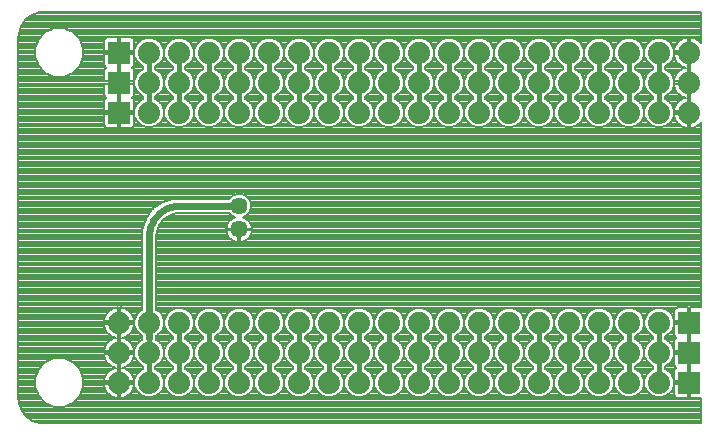
<source format=gtl>
G75*
%MOIN*%
%OFA0B0*%
%FSLAX24Y24*%
%IPPOS*%
%LPD*%
%AMOC8*
5,1,8,0,0,1.08239X$1,22.5*
%
%ADD10R,0.0740X0.0740*%
%ADD11C,0.0740*%
%ADD12C,0.0570*%
%ADD13C,0.0080*%
%ADD14C,0.0160*%
%ADD15C,0.0240*%
D10*
X022640Y004515D03*
X022640Y005515D03*
X022640Y006515D03*
X003640Y013515D03*
X003640Y014515D03*
X003640Y015515D03*
D11*
X004640Y015515D03*
X005640Y015515D03*
X006640Y015515D03*
X007640Y015515D03*
X008640Y015515D03*
X009640Y015515D03*
X010640Y015515D03*
X011640Y015515D03*
X012640Y015515D03*
X013640Y015515D03*
X014640Y015515D03*
X015640Y015515D03*
X016640Y015515D03*
X017640Y015515D03*
X018640Y015515D03*
X019640Y015515D03*
X020640Y015515D03*
X021640Y015515D03*
X022640Y015515D03*
X022640Y014515D03*
X021640Y014515D03*
X020640Y014515D03*
X019640Y014515D03*
X018640Y014515D03*
X017640Y014515D03*
X016640Y014515D03*
X015640Y014515D03*
X014640Y014515D03*
X013640Y014515D03*
X012640Y014515D03*
X011640Y014515D03*
X010640Y014515D03*
X009640Y014515D03*
X008640Y014515D03*
X007640Y014515D03*
X006640Y014515D03*
X005640Y014515D03*
X004640Y014515D03*
X004640Y013515D03*
X005640Y013515D03*
X006640Y013515D03*
X007640Y013515D03*
X008640Y013515D03*
X009640Y013515D03*
X010640Y013515D03*
X011640Y013515D03*
X012640Y013515D03*
X013640Y013515D03*
X014640Y013515D03*
X015640Y013515D03*
X016640Y013515D03*
X017640Y013515D03*
X018640Y013515D03*
X019640Y013515D03*
X020640Y013515D03*
X021640Y013515D03*
X022640Y013515D03*
X021640Y006515D03*
X020640Y006515D03*
X019640Y006515D03*
X018640Y006515D03*
X017640Y006515D03*
X016640Y006515D03*
X015640Y006515D03*
X014640Y006515D03*
X013640Y006515D03*
X012640Y006515D03*
X011640Y006515D03*
X010640Y006515D03*
X009640Y006515D03*
X008640Y006515D03*
X007640Y006515D03*
X006640Y006515D03*
X005640Y006515D03*
X004640Y006515D03*
X003640Y006515D03*
X003640Y005515D03*
X004640Y005515D03*
X005640Y005515D03*
X006640Y005515D03*
X007640Y005515D03*
X008640Y005515D03*
X009640Y005515D03*
X010640Y005515D03*
X011640Y005515D03*
X012640Y005515D03*
X013640Y005515D03*
X014640Y005515D03*
X015640Y005515D03*
X016640Y005515D03*
X017640Y005515D03*
X018640Y005515D03*
X019640Y005515D03*
X020640Y005515D03*
X021640Y005515D03*
X021640Y004515D03*
X020640Y004515D03*
X019640Y004515D03*
X018640Y004515D03*
X017640Y004515D03*
X016640Y004515D03*
X015640Y004515D03*
X014640Y004515D03*
X013640Y004515D03*
X012640Y004515D03*
X011640Y004515D03*
X010640Y004515D03*
X009640Y004515D03*
X008640Y004515D03*
X007640Y004515D03*
X006640Y004515D03*
X005640Y004515D03*
X004640Y004515D03*
X003640Y004515D03*
D12*
X007640Y009621D03*
X007640Y010409D03*
D13*
X001140Y003155D02*
X001005Y003166D01*
X000750Y003249D01*
X000532Y003407D01*
X000374Y003625D01*
X000291Y003880D01*
X000280Y004015D01*
X000280Y016015D01*
X000291Y016150D01*
X000374Y016405D01*
X000532Y016623D01*
X000750Y016781D01*
X001005Y016864D01*
X001140Y016875D01*
X023040Y016875D01*
X023040Y015832D01*
X023029Y015847D01*
X022972Y015904D01*
X022907Y015951D01*
X022836Y015988D01*
X022759Y016012D01*
X022680Y016025D01*
X022680Y015555D01*
X022600Y015555D01*
X022600Y016025D01*
X022600Y016025D01*
X022521Y016012D01*
X022444Y015988D01*
X022373Y015951D01*
X022308Y015904D01*
X022251Y015847D01*
X022204Y015782D01*
X022167Y015711D01*
X022143Y015634D01*
X022130Y015555D01*
X022600Y015555D01*
X022600Y015475D01*
X022130Y015475D01*
X022130Y015475D01*
X022143Y015396D01*
X022167Y015319D01*
X022204Y015248D01*
X022251Y015183D01*
X022308Y015126D01*
X022373Y015079D01*
X022444Y015042D01*
X022521Y015018D01*
X022537Y015015D01*
X022521Y015012D01*
X022444Y014988D01*
X022373Y014951D01*
X022308Y014904D01*
X022251Y014847D01*
X022204Y014782D01*
X022167Y014711D01*
X022143Y014634D01*
X022130Y014555D01*
X022600Y014555D01*
X022600Y015025D01*
X022600Y015475D01*
X022680Y015475D01*
X022680Y014555D01*
X022600Y014555D01*
X022600Y014475D01*
X022130Y014475D01*
X022130Y014475D01*
X022143Y014396D01*
X022167Y014319D01*
X022204Y014248D01*
X022251Y014183D01*
X022308Y014126D01*
X022373Y014079D01*
X022444Y014042D01*
X022521Y014018D01*
X022537Y014015D01*
X022521Y014012D01*
X022444Y013988D01*
X022373Y013951D01*
X022308Y013904D01*
X022251Y013847D01*
X022204Y013782D01*
X022167Y013711D01*
X022143Y013634D01*
X022130Y013555D01*
X022600Y013555D01*
X022600Y014475D01*
X022680Y014475D01*
X022680Y014005D01*
X022680Y013555D01*
X022600Y013555D01*
X022600Y013475D01*
X022130Y013475D01*
X022130Y013475D01*
X022143Y013396D01*
X022167Y013319D01*
X022204Y013248D01*
X022251Y013183D01*
X022308Y013126D01*
X022373Y013079D01*
X022444Y013042D01*
X022521Y013018D01*
X022600Y013005D01*
X022600Y013475D01*
X022680Y013475D01*
X022680Y013005D01*
X022680Y013005D01*
X022759Y013018D01*
X022836Y013042D01*
X022907Y013079D01*
X022972Y013126D01*
X023029Y013183D01*
X023040Y013198D01*
X023040Y007022D01*
X023028Y007025D01*
X022680Y007025D01*
X022680Y006555D01*
X022600Y006555D01*
X022600Y007025D01*
X022252Y007025D01*
X022216Y007015D01*
X022184Y006997D01*
X022158Y006971D01*
X022140Y006939D01*
X022130Y006903D01*
X022130Y006555D01*
X022600Y006555D01*
X022600Y006475D01*
X022130Y006475D01*
X022130Y006127D01*
X022140Y006091D01*
X022158Y006059D01*
X022184Y006033D01*
X022215Y006015D01*
X022184Y005997D01*
X022158Y005971D01*
X022140Y005939D01*
X022130Y005903D01*
X022130Y005555D01*
X022600Y005555D01*
X022600Y006475D01*
X022680Y006475D01*
X022680Y006005D01*
X022680Y005555D01*
X022600Y005555D01*
X022600Y005475D01*
X022680Y005475D01*
X022680Y005025D01*
X022680Y004555D01*
X022600Y004555D01*
X022600Y005475D01*
X022130Y005475D01*
X022130Y005127D01*
X022140Y005091D01*
X022158Y005059D01*
X022184Y005033D01*
X022215Y005015D01*
X022184Y004997D01*
X022158Y004971D01*
X022140Y004939D01*
X022130Y004903D01*
X022130Y004555D01*
X022600Y004555D01*
X022600Y004475D01*
X022680Y004475D01*
X022680Y004005D01*
X023028Y004005D01*
X023040Y004008D01*
X023040Y003155D01*
X001140Y003155D01*
X000986Y003172D02*
X023040Y003172D01*
X023040Y003251D02*
X000747Y003251D01*
X000639Y003329D02*
X023040Y003329D01*
X023040Y003408D02*
X000531Y003408D01*
X000474Y003486D02*
X023040Y003486D01*
X023040Y003565D02*
X000417Y003565D01*
X000368Y003643D02*
X023040Y003643D01*
X023040Y003722D02*
X001841Y003722D01*
X001801Y003705D02*
X002099Y003828D01*
X002327Y004056D01*
X002450Y004354D01*
X002450Y004676D01*
X002327Y004974D01*
X002099Y005202D01*
X002099Y005202D01*
X001801Y005325D01*
X001479Y005325D01*
X001181Y005202D01*
X000953Y004974D01*
X000830Y004676D01*
X000830Y004354D01*
X000953Y004056D01*
X001181Y003828D01*
X001479Y003705D01*
X001607Y003705D01*
X001801Y003705D01*
X002030Y003800D02*
X023040Y003800D01*
X023040Y003879D02*
X002149Y003879D01*
X002099Y003828D02*
X002099Y003828D01*
X002228Y003957D02*
X023040Y003957D01*
X022680Y004036D02*
X022600Y004036D01*
X022600Y004005D02*
X022600Y004475D01*
X022130Y004475D01*
X022130Y004127D01*
X022140Y004091D01*
X022158Y004059D01*
X022184Y004033D01*
X022216Y004015D01*
X022252Y004005D01*
X022600Y004005D01*
X022600Y004114D02*
X022680Y004114D01*
X022680Y004193D02*
X022600Y004193D01*
X022600Y004271D02*
X022680Y004271D01*
X022680Y004350D02*
X022600Y004350D01*
X022600Y004428D02*
X022680Y004428D01*
X022600Y004507D02*
X022130Y004507D01*
X022130Y004585D02*
X022130Y004585D01*
X022130Y004612D02*
X022055Y004793D01*
X021918Y004930D01*
X021840Y004963D01*
X021840Y005067D01*
X021918Y005100D01*
X022055Y005237D01*
X022130Y005418D01*
X022130Y005612D01*
X022055Y005793D01*
X021918Y005930D01*
X021840Y005963D01*
X021840Y006067D01*
X021918Y006100D01*
X022055Y006237D01*
X022130Y006418D01*
X022130Y006612D01*
X022055Y006793D01*
X021918Y006930D01*
X021737Y007005D01*
X021543Y007005D01*
X021362Y006930D01*
X021225Y006793D01*
X021150Y006612D01*
X021150Y006418D01*
X021225Y006237D01*
X021362Y006100D01*
X021440Y006067D01*
X021440Y005963D01*
X021362Y005930D01*
X021225Y005793D01*
X021150Y005612D01*
X021150Y005418D01*
X021225Y005237D01*
X021362Y005100D01*
X021440Y005067D01*
X021440Y004963D01*
X021362Y004930D01*
X021225Y004793D01*
X021150Y004612D01*
X021150Y004418D01*
X021225Y004237D01*
X021362Y004100D01*
X021543Y004025D01*
X021737Y004025D01*
X021918Y004100D01*
X022055Y004237D01*
X022130Y004418D01*
X022130Y004612D01*
X022130Y004664D02*
X022109Y004664D01*
X022130Y004742D02*
X022076Y004742D01*
X022027Y004821D02*
X022130Y004821D01*
X022130Y004899D02*
X021949Y004899D01*
X021840Y004978D02*
X022165Y004978D01*
X022161Y005056D02*
X021840Y005056D01*
X021952Y005135D02*
X022130Y005135D01*
X022130Y005213D02*
X022031Y005213D01*
X022078Y005292D02*
X022130Y005292D01*
X022130Y005370D02*
X022110Y005370D01*
X022130Y005449D02*
X022130Y005449D01*
X022130Y005527D02*
X022600Y005527D01*
X022600Y005449D02*
X022680Y005449D01*
X022680Y005370D02*
X022600Y005370D01*
X022600Y005292D02*
X022680Y005292D01*
X022680Y005213D02*
X022600Y005213D01*
X022600Y005135D02*
X022680Y005135D01*
X022680Y005056D02*
X022600Y005056D01*
X022600Y004978D02*
X022680Y004978D01*
X022680Y004899D02*
X022600Y004899D01*
X022600Y004821D02*
X022680Y004821D01*
X022680Y004742D02*
X022600Y004742D01*
X022600Y004664D02*
X022680Y004664D01*
X022680Y004585D02*
X022600Y004585D01*
X022130Y004428D02*
X022130Y004428D01*
X022130Y004350D02*
X022102Y004350D01*
X022130Y004271D02*
X022069Y004271D01*
X022010Y004193D02*
X022130Y004193D01*
X022133Y004114D02*
X021932Y004114D01*
X021763Y004036D02*
X022182Y004036D01*
X021517Y004036D02*
X020763Y004036D01*
X020737Y004025D02*
X020918Y004100D01*
X021055Y004237D01*
X021130Y004418D01*
X021130Y004612D01*
X021055Y004793D01*
X020918Y004930D01*
X020840Y004963D01*
X020840Y005067D01*
X020918Y005100D01*
X021055Y005237D01*
X021130Y005418D01*
X021130Y005612D01*
X021055Y005793D01*
X020918Y005930D01*
X020840Y005963D01*
X020840Y006067D01*
X020918Y006100D01*
X021055Y006237D01*
X021130Y006418D01*
X021130Y006612D01*
X021055Y006793D01*
X020918Y006930D01*
X020737Y007005D01*
X020543Y007005D01*
X020362Y006930D01*
X020225Y006793D01*
X020150Y006612D01*
X020150Y006418D01*
X020225Y006237D01*
X020362Y006100D01*
X020440Y006067D01*
X020440Y005963D01*
X020362Y005930D01*
X020225Y005793D01*
X020150Y005612D01*
X020150Y005418D01*
X020225Y005237D01*
X020362Y005100D01*
X020440Y005067D01*
X020440Y004963D01*
X020362Y004930D01*
X020225Y004793D01*
X020150Y004612D01*
X020150Y004418D01*
X020225Y004237D01*
X020362Y004100D01*
X020543Y004025D01*
X020737Y004025D01*
X020932Y004114D02*
X021348Y004114D01*
X021270Y004193D02*
X021010Y004193D01*
X021069Y004271D02*
X021211Y004271D01*
X021178Y004350D02*
X021102Y004350D01*
X021130Y004428D02*
X021150Y004428D01*
X021150Y004507D02*
X021130Y004507D01*
X021130Y004585D02*
X021150Y004585D01*
X021171Y004664D02*
X021109Y004664D01*
X021076Y004742D02*
X021204Y004742D01*
X021253Y004821D02*
X021027Y004821D01*
X020949Y004899D02*
X021331Y004899D01*
X021440Y004978D02*
X020840Y004978D01*
X020840Y005056D02*
X021440Y005056D01*
X021328Y005135D02*
X020952Y005135D01*
X021031Y005213D02*
X021249Y005213D01*
X021202Y005292D02*
X021078Y005292D01*
X021110Y005370D02*
X021170Y005370D01*
X021150Y005449D02*
X021130Y005449D01*
X021130Y005527D02*
X021150Y005527D01*
X021150Y005606D02*
X021130Y005606D01*
X021100Y005684D02*
X021180Y005684D01*
X021212Y005763D02*
X021068Y005763D01*
X021007Y005841D02*
X021273Y005841D01*
X021352Y005920D02*
X020928Y005920D01*
X020840Y005998D02*
X021440Y005998D01*
X021418Y006077D02*
X020862Y006077D01*
X020973Y006155D02*
X021307Y006155D01*
X021229Y006234D02*
X021051Y006234D01*
X021086Y006312D02*
X021194Y006312D01*
X021161Y006391D02*
X021119Y006391D01*
X021130Y006469D02*
X021150Y006469D01*
X021150Y006548D02*
X021130Y006548D01*
X021124Y006626D02*
X021156Y006626D01*
X021188Y006705D02*
X021092Y006705D01*
X021059Y006783D02*
X021221Y006783D01*
X021294Y006862D02*
X020986Y006862D01*
X020894Y006940D02*
X021386Y006940D01*
X021894Y006940D02*
X022140Y006940D01*
X022130Y006862D02*
X021986Y006862D01*
X022059Y006783D02*
X022130Y006783D01*
X022130Y006705D02*
X022092Y006705D01*
X022124Y006626D02*
X022130Y006626D01*
X022130Y006548D02*
X022600Y006548D01*
X022600Y006626D02*
X022680Y006626D01*
X022680Y006705D02*
X022600Y006705D01*
X022600Y006783D02*
X022680Y006783D01*
X022680Y006862D02*
X022600Y006862D01*
X022600Y006940D02*
X022680Y006940D01*
X022680Y007019D02*
X022600Y007019D01*
X022227Y007019D02*
X004880Y007019D01*
X004880Y006946D02*
X004880Y009409D01*
X004889Y009528D01*
X004963Y009754D01*
X005103Y009946D01*
X005295Y010086D01*
X005521Y010159D01*
X005640Y010169D01*
X007307Y010169D01*
X007411Y010065D01*
X007508Y010025D01*
X007477Y010015D01*
X007417Y009985D01*
X007363Y009945D01*
X007316Y009898D01*
X007277Y009844D01*
X007246Y009784D01*
X007225Y009721D01*
X007215Y009655D01*
X007215Y009650D01*
X007611Y009650D01*
X007611Y009592D01*
X007669Y009592D01*
X007669Y009196D01*
X007673Y009196D01*
X007740Y009207D01*
X007803Y009227D01*
X007863Y009258D01*
X007917Y009297D01*
X007964Y009344D01*
X008003Y009399D01*
X008034Y009458D01*
X008055Y009522D01*
X008065Y009588D01*
X008065Y009592D01*
X007669Y009592D01*
X007669Y009650D01*
X008065Y009650D01*
X008065Y009655D01*
X008055Y009721D01*
X008034Y009784D01*
X008003Y009844D01*
X007964Y009898D01*
X007917Y009945D01*
X007863Y009985D01*
X007803Y010015D01*
X007772Y010025D01*
X007869Y010065D01*
X007983Y010179D01*
X008045Y010328D01*
X008045Y010489D01*
X007983Y010638D01*
X007869Y010752D01*
X007721Y010814D01*
X007559Y010814D01*
X007411Y010752D01*
X007307Y010649D01*
X005444Y010649D01*
X005070Y010527D01*
X004752Y010296D01*
X004521Y009979D01*
X004521Y009979D01*
X004400Y009605D01*
X004400Y006946D01*
X004362Y006930D01*
X004225Y006793D01*
X004150Y006612D01*
X004150Y006418D01*
X004225Y006237D01*
X004362Y006100D01*
X004400Y006084D01*
X004400Y005967D01*
X004408Y005949D01*
X004362Y005930D01*
X004225Y005793D01*
X004150Y005612D01*
X004150Y005418D01*
X004225Y005237D01*
X004362Y005100D01*
X004440Y005067D01*
X004440Y004963D01*
X004362Y004930D01*
X004225Y004793D01*
X004150Y004612D01*
X004150Y004418D01*
X004225Y004237D01*
X004362Y004100D01*
X004543Y004025D01*
X004737Y004025D01*
X004918Y004100D01*
X005055Y004237D01*
X005130Y004418D01*
X005130Y004612D01*
X005055Y004793D01*
X004918Y004930D01*
X004840Y004963D01*
X004840Y005067D01*
X004918Y005100D01*
X005055Y005237D01*
X005130Y005418D01*
X005130Y005612D01*
X005055Y005793D01*
X004918Y005930D01*
X004872Y005949D01*
X004880Y005967D01*
X004880Y006084D01*
X004918Y006100D01*
X005055Y006237D01*
X005130Y006418D01*
X005130Y006612D01*
X005055Y006793D01*
X004918Y006930D01*
X004880Y006946D01*
X004894Y006940D02*
X005386Y006940D01*
X005362Y006930D02*
X005225Y006793D01*
X005150Y006612D01*
X005150Y006418D01*
X005225Y006237D01*
X005362Y006100D01*
X005440Y006067D01*
X005440Y005963D01*
X005362Y005930D01*
X005225Y005793D01*
X005150Y005612D01*
X005150Y005418D01*
X005225Y005237D01*
X005362Y005100D01*
X005440Y005067D01*
X005440Y004963D01*
X005362Y004930D01*
X005225Y004793D01*
X005150Y004612D01*
X005150Y004418D01*
X005225Y004237D01*
X005362Y004100D01*
X005543Y004025D01*
X005737Y004025D01*
X005918Y004100D01*
X006055Y004237D01*
X006130Y004418D01*
X006130Y004612D01*
X006055Y004793D01*
X005918Y004930D01*
X005840Y004963D01*
X005840Y005067D01*
X005918Y005100D01*
X006055Y005237D01*
X006130Y005418D01*
X006130Y005612D01*
X006055Y005793D01*
X005918Y005930D01*
X005840Y005963D01*
X005840Y006067D01*
X005918Y006100D01*
X006055Y006237D01*
X006130Y006418D01*
X006130Y006612D01*
X006055Y006793D01*
X005918Y006930D01*
X005737Y007005D01*
X005543Y007005D01*
X005362Y006930D01*
X005294Y006862D02*
X004986Y006862D01*
X005059Y006783D02*
X005221Y006783D01*
X005188Y006705D02*
X005092Y006705D01*
X005124Y006626D02*
X005156Y006626D01*
X005150Y006548D02*
X005130Y006548D01*
X005130Y006469D02*
X005150Y006469D01*
X005161Y006391D02*
X005119Y006391D01*
X005086Y006312D02*
X005194Y006312D01*
X005229Y006234D02*
X005051Y006234D01*
X004973Y006155D02*
X005307Y006155D01*
X005418Y006077D02*
X004880Y006077D01*
X004880Y005998D02*
X005440Y005998D01*
X005352Y005920D02*
X004928Y005920D01*
X005007Y005841D02*
X005273Y005841D01*
X005212Y005763D02*
X005068Y005763D01*
X005100Y005684D02*
X005180Y005684D01*
X005150Y005606D02*
X005130Y005606D01*
X005130Y005527D02*
X005150Y005527D01*
X005150Y005449D02*
X005130Y005449D01*
X005110Y005370D02*
X005170Y005370D01*
X005202Y005292D02*
X005078Y005292D01*
X005031Y005213D02*
X005249Y005213D01*
X005328Y005135D02*
X004952Y005135D01*
X004840Y005056D02*
X005440Y005056D01*
X005440Y004978D02*
X004840Y004978D01*
X004949Y004899D02*
X005331Y004899D01*
X005253Y004821D02*
X005027Y004821D01*
X005076Y004742D02*
X005204Y004742D01*
X005171Y004664D02*
X005109Y004664D01*
X005130Y004585D02*
X005150Y004585D01*
X005150Y004507D02*
X005130Y004507D01*
X005130Y004428D02*
X005150Y004428D01*
X005178Y004350D02*
X005102Y004350D01*
X005069Y004271D02*
X005211Y004271D01*
X005270Y004193D02*
X005010Y004193D01*
X004932Y004114D02*
X005348Y004114D01*
X005517Y004036D02*
X004763Y004036D01*
X004517Y004036D02*
X003815Y004036D01*
X003836Y004042D02*
X003907Y004079D01*
X003972Y004126D01*
X004029Y004183D01*
X004076Y004248D01*
X004113Y004319D01*
X004137Y004396D01*
X004150Y004475D01*
X003680Y004475D01*
X003680Y004555D01*
X004150Y004555D01*
X004150Y004555D01*
X004137Y004634D01*
X004113Y004711D01*
X004076Y004782D01*
X004029Y004847D01*
X003972Y004904D01*
X003907Y004951D01*
X003836Y004988D01*
X003759Y005012D01*
X003743Y005015D01*
X003759Y005018D01*
X003836Y005042D01*
X003907Y005079D01*
X003972Y005126D01*
X004029Y005183D01*
X004076Y005248D01*
X004113Y005319D01*
X004137Y005396D01*
X004150Y005475D01*
X003680Y005475D01*
X003680Y005555D01*
X004150Y005555D01*
X004150Y005555D01*
X004137Y005634D01*
X004113Y005711D01*
X004076Y005782D01*
X004029Y005847D01*
X003972Y005904D01*
X003907Y005951D01*
X003836Y005988D01*
X003759Y006012D01*
X003743Y006015D01*
X003759Y006018D01*
X003836Y006042D01*
X003907Y006079D01*
X003972Y006126D01*
X004029Y006183D01*
X004076Y006248D01*
X004113Y006319D01*
X004137Y006396D01*
X004150Y006475D01*
X003680Y006475D01*
X003680Y006555D01*
X004150Y006555D01*
X004150Y006555D01*
X004137Y006634D01*
X004113Y006711D01*
X004076Y006782D01*
X004029Y006847D01*
X003972Y006904D01*
X003907Y006951D01*
X003836Y006988D01*
X003759Y007012D01*
X003680Y007025D01*
X003680Y006555D01*
X003600Y006555D01*
X003600Y007025D01*
X003600Y007025D01*
X003521Y007012D01*
X003444Y006988D01*
X003373Y006951D01*
X003308Y006904D01*
X003251Y006847D01*
X003204Y006782D01*
X003167Y006711D01*
X003143Y006634D01*
X003130Y006555D01*
X003600Y006555D01*
X003600Y006475D01*
X003130Y006475D01*
X003130Y006475D01*
X003143Y006396D01*
X003167Y006319D01*
X003204Y006248D01*
X003251Y006183D01*
X003308Y006126D01*
X003373Y006079D01*
X003444Y006042D01*
X003521Y006018D01*
X003537Y006015D01*
X003521Y006012D01*
X003444Y005988D01*
X003373Y005951D01*
X003308Y005904D01*
X003251Y005847D01*
X003204Y005782D01*
X003167Y005711D01*
X003143Y005634D01*
X003130Y005555D01*
X003600Y005555D01*
X003600Y006475D01*
X003680Y006475D01*
X003680Y006025D01*
X003680Y005555D01*
X003600Y005555D01*
X003600Y005475D01*
X003130Y005475D01*
X003130Y005475D01*
X003143Y005396D01*
X003167Y005319D01*
X003204Y005248D01*
X003251Y005183D01*
X003308Y005126D01*
X003373Y005079D01*
X003444Y005042D01*
X003521Y005018D01*
X003537Y005015D01*
X003521Y005012D01*
X003444Y004988D01*
X003373Y004951D01*
X003308Y004904D01*
X003251Y004847D01*
X003204Y004782D01*
X003167Y004711D01*
X003143Y004634D01*
X003130Y004555D01*
X003600Y004555D01*
X003600Y005475D01*
X003680Y005475D01*
X003680Y005025D01*
X003680Y004555D01*
X003600Y004555D01*
X003600Y004475D01*
X003680Y004475D01*
X003680Y004005D01*
X003680Y004005D01*
X003759Y004018D01*
X003836Y004042D01*
X003956Y004114D02*
X004348Y004114D01*
X004270Y004193D02*
X004036Y004193D01*
X004088Y004271D02*
X004211Y004271D01*
X004178Y004350D02*
X004122Y004350D01*
X004143Y004428D02*
X004150Y004428D01*
X004150Y004475D02*
X004150Y004475D01*
X004150Y004507D02*
X003680Y004507D01*
X003680Y004585D02*
X003600Y004585D01*
X003600Y004507D02*
X002450Y004507D01*
X002450Y004585D02*
X003135Y004585D01*
X003130Y004555D02*
X003130Y004555D01*
X003130Y004475D02*
X003130Y004475D01*
X003600Y004475D01*
X003600Y004005D01*
X003600Y004005D01*
X003521Y004018D01*
X003444Y004042D01*
X003373Y004079D01*
X003308Y004126D01*
X003251Y004183D01*
X003204Y004248D01*
X003167Y004319D01*
X003143Y004396D01*
X003130Y004475D01*
X003137Y004428D02*
X002450Y004428D01*
X002448Y004350D02*
X003158Y004350D01*
X003192Y004271D02*
X002416Y004271D01*
X002383Y004193D02*
X003244Y004193D01*
X003324Y004114D02*
X002351Y004114D01*
X002327Y004056D02*
X002327Y004056D01*
X002306Y004036D02*
X003465Y004036D01*
X003600Y004036D02*
X003680Y004036D01*
X003680Y004114D02*
X003600Y004114D01*
X003600Y004193D02*
X003680Y004193D01*
X003680Y004271D02*
X003600Y004271D01*
X003600Y004350D02*
X003680Y004350D01*
X003680Y004428D02*
X003600Y004428D01*
X003600Y004664D02*
X003680Y004664D01*
X003680Y004742D02*
X003600Y004742D01*
X003600Y004821D02*
X003680Y004821D01*
X003680Y004899D02*
X003600Y004899D01*
X003600Y004978D02*
X003680Y004978D01*
X003680Y005056D02*
X003600Y005056D01*
X003600Y005135D02*
X003680Y005135D01*
X003680Y005213D02*
X003600Y005213D01*
X003600Y005292D02*
X003680Y005292D01*
X003680Y005370D02*
X003600Y005370D01*
X003600Y005449D02*
X003680Y005449D01*
X003680Y005527D02*
X004150Y005527D01*
X004150Y005475D02*
X004150Y005475D01*
X004146Y005449D02*
X004150Y005449D01*
X004129Y005370D02*
X004170Y005370D01*
X004202Y005292D02*
X004099Y005292D01*
X004051Y005213D02*
X004249Y005213D01*
X004328Y005135D02*
X003981Y005135D01*
X003863Y005056D02*
X004440Y005056D01*
X004440Y004978D02*
X003856Y004978D01*
X003977Y004899D02*
X004331Y004899D01*
X004253Y004821D02*
X004048Y004821D01*
X004097Y004742D02*
X004204Y004742D01*
X004171Y004664D02*
X004128Y004664D01*
X004145Y004585D02*
X004150Y004585D01*
X003303Y004899D02*
X002358Y004899D01*
X002327Y004974D02*
X002327Y004974D01*
X002323Y004978D02*
X003424Y004978D01*
X003417Y005056D02*
X002245Y005056D01*
X002166Y005135D02*
X003299Y005135D01*
X003229Y005213D02*
X002071Y005213D01*
X001882Y005292D02*
X003181Y005292D01*
X003151Y005370D02*
X000280Y005370D01*
X000280Y005292D02*
X001398Y005292D01*
X001479Y005325D02*
X001479Y005325D01*
X001209Y005213D02*
X000280Y005213D01*
X000280Y005135D02*
X001114Y005135D01*
X001035Y005056D02*
X000280Y005056D01*
X000280Y004978D02*
X000957Y004978D01*
X000953Y004974D02*
X000953Y004974D01*
X000922Y004899D02*
X000280Y004899D01*
X000280Y004821D02*
X000890Y004821D01*
X000857Y004742D02*
X000280Y004742D01*
X000280Y004664D02*
X000830Y004664D01*
X000830Y004585D02*
X000280Y004585D01*
X000280Y004507D02*
X000830Y004507D01*
X000830Y004428D02*
X000280Y004428D01*
X000280Y004350D02*
X000832Y004350D01*
X000864Y004271D02*
X000280Y004271D01*
X000280Y004193D02*
X000897Y004193D01*
X000929Y004114D02*
X000280Y004114D01*
X000280Y004036D02*
X000974Y004036D01*
X000953Y004056D02*
X000953Y004056D01*
X001052Y003957D02*
X000285Y003957D01*
X000291Y003879D02*
X001131Y003879D01*
X001181Y003828D02*
X001181Y003828D01*
X001250Y003800D02*
X000317Y003800D01*
X000342Y003722D02*
X001439Y003722D01*
X002450Y004664D02*
X003152Y004664D01*
X003183Y004742D02*
X002423Y004742D01*
X002390Y004821D02*
X003232Y004821D01*
X003134Y005449D02*
X000280Y005449D01*
X000280Y005527D02*
X003600Y005527D01*
X003600Y005606D02*
X003680Y005606D01*
X003680Y005684D02*
X003600Y005684D01*
X003600Y005763D02*
X003680Y005763D01*
X003680Y005841D02*
X003600Y005841D01*
X003600Y005920D02*
X003680Y005920D01*
X003680Y005998D02*
X003600Y005998D01*
X003600Y006077D02*
X003680Y006077D01*
X003680Y006155D02*
X003600Y006155D01*
X003600Y006234D02*
X003680Y006234D01*
X003680Y006312D02*
X003600Y006312D01*
X003600Y006391D02*
X003680Y006391D01*
X003680Y006469D02*
X003600Y006469D01*
X003600Y006548D02*
X000280Y006548D01*
X000280Y006626D02*
X003141Y006626D01*
X003130Y006555D02*
X003130Y006555D01*
X003131Y006469D02*
X000280Y006469D01*
X000280Y006391D02*
X003144Y006391D01*
X003171Y006312D02*
X000280Y006312D01*
X000280Y006234D02*
X003214Y006234D01*
X003279Y006155D02*
X000280Y006155D01*
X000280Y006077D02*
X003377Y006077D01*
X003476Y005998D02*
X000280Y005998D01*
X000280Y005920D02*
X003329Y005920D01*
X003246Y005841D02*
X000280Y005841D01*
X000280Y005763D02*
X003194Y005763D01*
X003159Y005684D02*
X000280Y005684D01*
X000280Y005606D02*
X003138Y005606D01*
X003130Y005555D02*
X003130Y005555D01*
X003804Y005998D02*
X004400Y005998D01*
X004400Y006077D02*
X003903Y006077D01*
X004001Y006155D02*
X004307Y006155D01*
X004229Y006234D02*
X004066Y006234D01*
X004109Y006312D02*
X004194Y006312D01*
X004161Y006391D02*
X004136Y006391D01*
X004149Y006469D02*
X004150Y006469D01*
X004150Y006475D02*
X004150Y006475D01*
X004150Y006548D02*
X003680Y006548D01*
X003680Y006626D02*
X003600Y006626D01*
X003600Y006705D02*
X003680Y006705D01*
X003680Y006783D02*
X003600Y006783D01*
X003600Y006862D02*
X003680Y006862D01*
X003680Y006940D02*
X003600Y006940D01*
X003600Y007019D02*
X003680Y007019D01*
X003680Y007025D02*
X003680Y007025D01*
X003721Y007019D02*
X004400Y007019D01*
X004400Y007097D02*
X000280Y007097D01*
X000280Y007019D02*
X003559Y007019D01*
X003357Y006940D02*
X000280Y006940D01*
X000280Y006862D02*
X003265Y006862D01*
X003204Y006783D02*
X000280Y006783D01*
X000280Y006705D02*
X003165Y006705D01*
X003923Y006940D02*
X004386Y006940D01*
X004294Y006862D02*
X004015Y006862D01*
X004076Y006783D02*
X004221Y006783D01*
X004188Y006705D02*
X004115Y006705D01*
X004139Y006626D02*
X004156Y006626D01*
X004880Y007097D02*
X023040Y007097D01*
X023040Y007176D02*
X004880Y007176D01*
X004880Y007254D02*
X023040Y007254D01*
X023040Y007333D02*
X004880Y007333D01*
X004880Y007411D02*
X023040Y007411D01*
X023040Y007490D02*
X004880Y007490D01*
X004880Y007568D02*
X023040Y007568D01*
X023040Y007647D02*
X004880Y007647D01*
X004880Y007725D02*
X023040Y007725D01*
X023040Y007804D02*
X004880Y007804D01*
X004880Y007882D02*
X023040Y007882D01*
X023040Y007961D02*
X004880Y007961D01*
X004880Y008039D02*
X023040Y008039D01*
X023040Y008118D02*
X004880Y008118D01*
X004880Y008196D02*
X023040Y008196D01*
X023040Y008275D02*
X004880Y008275D01*
X004880Y008353D02*
X023040Y008353D01*
X023040Y008432D02*
X004880Y008432D01*
X004880Y008510D02*
X023040Y008510D01*
X023040Y008589D02*
X004880Y008589D01*
X004880Y008667D02*
X023040Y008667D01*
X023040Y008746D02*
X004880Y008746D01*
X004880Y008824D02*
X023040Y008824D01*
X023040Y008903D02*
X004880Y008903D01*
X004880Y008981D02*
X023040Y008981D01*
X023040Y009060D02*
X004880Y009060D01*
X004880Y009138D02*
X023040Y009138D01*
X023040Y009217D02*
X007770Y009217D01*
X007669Y009217D02*
X007611Y009217D01*
X007611Y009196D02*
X007611Y009592D01*
X007215Y009592D01*
X007215Y009588D01*
X007225Y009522D01*
X007246Y009458D01*
X007277Y009399D01*
X007316Y009344D01*
X007363Y009297D01*
X007417Y009258D01*
X007477Y009227D01*
X007540Y009207D01*
X007607Y009196D01*
X007611Y009196D01*
X007611Y009295D02*
X007669Y009295D01*
X007669Y009374D02*
X007611Y009374D01*
X007611Y009452D02*
X007669Y009452D01*
X007669Y009531D02*
X007611Y009531D01*
X007611Y009609D02*
X004916Y009609D01*
X004941Y009688D02*
X007220Y009688D01*
X007240Y009766D02*
X004972Y009766D01*
X005029Y009845D02*
X007277Y009845D01*
X007341Y009923D02*
X005086Y009923D01*
X005179Y010002D02*
X007450Y010002D01*
X007396Y010080D02*
X005287Y010080D01*
X005519Y010159D02*
X007317Y010159D01*
X007830Y010002D02*
X023040Y010002D01*
X023040Y010080D02*
X007884Y010080D01*
X007963Y010159D02*
X023040Y010159D01*
X023040Y010237D02*
X008007Y010237D01*
X008040Y010316D02*
X023040Y010316D01*
X023040Y010394D02*
X008045Y010394D01*
X008045Y010473D02*
X023040Y010473D01*
X023040Y010551D02*
X008019Y010551D01*
X007987Y010630D02*
X023040Y010630D01*
X023040Y010708D02*
X007913Y010708D01*
X007786Y010787D02*
X023040Y010787D01*
X023040Y010865D02*
X000280Y010865D01*
X000280Y010787D02*
X007494Y010787D01*
X007367Y010708D02*
X000280Y010708D01*
X000280Y010630D02*
X005385Y010630D01*
X005143Y010551D02*
X000280Y010551D01*
X000280Y010473D02*
X004995Y010473D01*
X005070Y010527D02*
X005070Y010527D01*
X004887Y010394D02*
X000280Y010394D01*
X000280Y010316D02*
X004779Y010316D01*
X004752Y010296D02*
X004752Y010296D01*
X004752Y010296D01*
X004709Y010237D02*
X000280Y010237D01*
X000280Y010159D02*
X004652Y010159D01*
X004595Y010080D02*
X000280Y010080D01*
X000280Y010002D02*
X004538Y010002D01*
X004503Y009923D02*
X000280Y009923D01*
X000280Y009845D02*
X004478Y009845D01*
X004452Y009766D02*
X000280Y009766D01*
X000280Y009688D02*
X004427Y009688D01*
X004401Y009609D02*
X000280Y009609D01*
X000280Y009531D02*
X004400Y009531D01*
X004400Y009452D02*
X000280Y009452D01*
X000280Y009374D02*
X004400Y009374D01*
X004400Y009295D02*
X000280Y009295D01*
X000280Y009217D02*
X004400Y009217D01*
X004400Y009138D02*
X000280Y009138D01*
X000280Y009060D02*
X004400Y009060D01*
X004400Y008981D02*
X000280Y008981D01*
X000280Y008903D02*
X004400Y008903D01*
X004400Y008824D02*
X000280Y008824D01*
X000280Y008746D02*
X004400Y008746D01*
X004400Y008667D02*
X000280Y008667D01*
X000280Y008589D02*
X004400Y008589D01*
X004400Y008510D02*
X000280Y008510D01*
X000280Y008432D02*
X004400Y008432D01*
X004400Y008353D02*
X000280Y008353D01*
X000280Y008275D02*
X004400Y008275D01*
X004400Y008196D02*
X000280Y008196D01*
X000280Y008118D02*
X004400Y008118D01*
X004400Y008039D02*
X000280Y008039D01*
X000280Y007961D02*
X004400Y007961D01*
X004400Y007882D02*
X000280Y007882D01*
X000280Y007804D02*
X004400Y007804D01*
X004400Y007725D02*
X000280Y007725D01*
X000280Y007647D02*
X004400Y007647D01*
X004400Y007568D02*
X000280Y007568D01*
X000280Y007490D02*
X004400Y007490D01*
X004400Y007411D02*
X000280Y007411D01*
X000280Y007333D02*
X004400Y007333D01*
X004400Y007254D02*
X000280Y007254D01*
X000280Y007176D02*
X004400Y007176D01*
X005894Y006940D02*
X006386Y006940D01*
X006362Y006930D02*
X006225Y006793D01*
X006150Y006612D01*
X006150Y006418D01*
X006225Y006237D01*
X006362Y006100D01*
X006440Y006067D01*
X006440Y005963D01*
X006362Y005930D01*
X006225Y005793D01*
X006150Y005612D01*
X006150Y005418D01*
X006225Y005237D01*
X006362Y005100D01*
X006440Y005067D01*
X006440Y004963D01*
X006362Y004930D01*
X006225Y004793D01*
X006150Y004612D01*
X006150Y004418D01*
X006225Y004237D01*
X006362Y004100D01*
X006543Y004025D01*
X006737Y004025D01*
X006918Y004100D01*
X007055Y004237D01*
X007130Y004418D01*
X007130Y004612D01*
X007055Y004793D01*
X006918Y004930D01*
X006840Y004963D01*
X006840Y005067D01*
X006918Y005100D01*
X007055Y005237D01*
X007130Y005418D01*
X007130Y005612D01*
X007055Y005793D01*
X006918Y005930D01*
X006840Y005963D01*
X006840Y006067D01*
X006918Y006100D01*
X007055Y006237D01*
X007130Y006418D01*
X007130Y006612D01*
X007055Y006793D01*
X006918Y006930D01*
X006737Y007005D01*
X006543Y007005D01*
X006362Y006930D01*
X006294Y006862D02*
X005986Y006862D01*
X006059Y006783D02*
X006221Y006783D01*
X006188Y006705D02*
X006092Y006705D01*
X006124Y006626D02*
X006156Y006626D01*
X006150Y006548D02*
X006130Y006548D01*
X006130Y006469D02*
X006150Y006469D01*
X006161Y006391D02*
X006119Y006391D01*
X006086Y006312D02*
X006194Y006312D01*
X006229Y006234D02*
X006051Y006234D01*
X005973Y006155D02*
X006307Y006155D01*
X006418Y006077D02*
X005862Y006077D01*
X005840Y005998D02*
X006440Y005998D01*
X006352Y005920D02*
X005928Y005920D01*
X006007Y005841D02*
X006273Y005841D01*
X006212Y005763D02*
X006068Y005763D01*
X006100Y005684D02*
X006180Y005684D01*
X006150Y005606D02*
X006130Y005606D01*
X006130Y005527D02*
X006150Y005527D01*
X006150Y005449D02*
X006130Y005449D01*
X006110Y005370D02*
X006170Y005370D01*
X006202Y005292D02*
X006078Y005292D01*
X006031Y005213D02*
X006249Y005213D01*
X006328Y005135D02*
X005952Y005135D01*
X005840Y005056D02*
X006440Y005056D01*
X006440Y004978D02*
X005840Y004978D01*
X005949Y004899D02*
X006331Y004899D01*
X006253Y004821D02*
X006027Y004821D01*
X006076Y004742D02*
X006204Y004742D01*
X006171Y004664D02*
X006109Y004664D01*
X006130Y004585D02*
X006150Y004585D01*
X006150Y004507D02*
X006130Y004507D01*
X006130Y004428D02*
X006150Y004428D01*
X006178Y004350D02*
X006102Y004350D01*
X006069Y004271D02*
X006211Y004271D01*
X006270Y004193D02*
X006010Y004193D01*
X005932Y004114D02*
X006348Y004114D01*
X006517Y004036D02*
X005763Y004036D01*
X006763Y004036D02*
X007517Y004036D01*
X007543Y004025D02*
X007737Y004025D01*
X007918Y004100D01*
X008055Y004237D01*
X008130Y004418D01*
X008130Y004612D01*
X008055Y004793D01*
X007918Y004930D01*
X007840Y004963D01*
X007840Y005067D01*
X007918Y005100D01*
X008055Y005237D01*
X008130Y005418D01*
X008130Y005612D01*
X008055Y005793D01*
X007918Y005930D01*
X007840Y005963D01*
X007840Y006067D01*
X007918Y006100D01*
X008055Y006237D01*
X008130Y006418D01*
X008130Y006612D01*
X008055Y006793D01*
X007918Y006930D01*
X007737Y007005D01*
X007543Y007005D01*
X007362Y006930D01*
X007225Y006793D01*
X007150Y006612D01*
X007150Y006418D01*
X007225Y006237D01*
X007362Y006100D01*
X007440Y006067D01*
X007440Y005963D01*
X007362Y005930D01*
X007225Y005793D01*
X007150Y005612D01*
X007150Y005418D01*
X007225Y005237D01*
X007362Y005100D01*
X007440Y005067D01*
X007440Y004963D01*
X007362Y004930D01*
X007225Y004793D01*
X007150Y004612D01*
X007150Y004418D01*
X007225Y004237D01*
X007362Y004100D01*
X007543Y004025D01*
X007348Y004114D02*
X006932Y004114D01*
X007010Y004193D02*
X007270Y004193D01*
X007211Y004271D02*
X007069Y004271D01*
X007102Y004350D02*
X007178Y004350D01*
X007150Y004428D02*
X007130Y004428D01*
X007130Y004507D02*
X007150Y004507D01*
X007150Y004585D02*
X007130Y004585D01*
X007109Y004664D02*
X007171Y004664D01*
X007204Y004742D02*
X007076Y004742D01*
X007027Y004821D02*
X007253Y004821D01*
X007331Y004899D02*
X006949Y004899D01*
X006840Y004978D02*
X007440Y004978D01*
X007440Y005056D02*
X006840Y005056D01*
X006952Y005135D02*
X007328Y005135D01*
X007249Y005213D02*
X007031Y005213D01*
X007078Y005292D02*
X007202Y005292D01*
X007170Y005370D02*
X007110Y005370D01*
X007130Y005449D02*
X007150Y005449D01*
X007150Y005527D02*
X007130Y005527D01*
X007130Y005606D02*
X007150Y005606D01*
X007180Y005684D02*
X007100Y005684D01*
X007068Y005763D02*
X007212Y005763D01*
X007273Y005841D02*
X007007Y005841D01*
X006928Y005920D02*
X007352Y005920D01*
X007440Y005998D02*
X006840Y005998D01*
X006862Y006077D02*
X007418Y006077D01*
X007307Y006155D02*
X006973Y006155D01*
X007051Y006234D02*
X007229Y006234D01*
X007194Y006312D02*
X007086Y006312D01*
X007119Y006391D02*
X007161Y006391D01*
X007150Y006469D02*
X007130Y006469D01*
X007130Y006548D02*
X007150Y006548D01*
X007156Y006626D02*
X007124Y006626D01*
X007092Y006705D02*
X007188Y006705D01*
X007221Y006783D02*
X007059Y006783D01*
X006986Y006862D02*
X007294Y006862D01*
X007386Y006940D02*
X006894Y006940D01*
X007894Y006940D02*
X008386Y006940D01*
X008362Y006930D02*
X008225Y006793D01*
X008150Y006612D01*
X008150Y006418D01*
X008225Y006237D01*
X008362Y006100D01*
X008440Y006067D01*
X008440Y005963D01*
X008362Y005930D01*
X008225Y005793D01*
X008150Y005612D01*
X008150Y005418D01*
X008225Y005237D01*
X008362Y005100D01*
X008440Y005067D01*
X008440Y004963D01*
X008362Y004930D01*
X008225Y004793D01*
X008150Y004612D01*
X008150Y004418D01*
X008225Y004237D01*
X008362Y004100D01*
X008543Y004025D01*
X008737Y004025D01*
X008918Y004100D01*
X009055Y004237D01*
X009130Y004418D01*
X009130Y004612D01*
X009055Y004793D01*
X008918Y004930D01*
X008840Y004963D01*
X008840Y005067D01*
X008918Y005100D01*
X009055Y005237D01*
X009130Y005418D01*
X009130Y005612D01*
X009055Y005793D01*
X008918Y005930D01*
X008840Y005963D01*
X008840Y006067D01*
X008918Y006100D01*
X009055Y006237D01*
X009130Y006418D01*
X009130Y006612D01*
X009055Y006793D01*
X008918Y006930D01*
X008737Y007005D01*
X008543Y007005D01*
X008362Y006930D01*
X008294Y006862D02*
X007986Y006862D01*
X008059Y006783D02*
X008221Y006783D01*
X008188Y006705D02*
X008092Y006705D01*
X008124Y006626D02*
X008156Y006626D01*
X008150Y006548D02*
X008130Y006548D01*
X008130Y006469D02*
X008150Y006469D01*
X008161Y006391D02*
X008119Y006391D01*
X008086Y006312D02*
X008194Y006312D01*
X008229Y006234D02*
X008051Y006234D01*
X007973Y006155D02*
X008307Y006155D01*
X008418Y006077D02*
X007862Y006077D01*
X007840Y005998D02*
X008440Y005998D01*
X008352Y005920D02*
X007928Y005920D01*
X008007Y005841D02*
X008273Y005841D01*
X008212Y005763D02*
X008068Y005763D01*
X008100Y005684D02*
X008180Y005684D01*
X008150Y005606D02*
X008130Y005606D01*
X008130Y005527D02*
X008150Y005527D01*
X008150Y005449D02*
X008130Y005449D01*
X008110Y005370D02*
X008170Y005370D01*
X008202Y005292D02*
X008078Y005292D01*
X008031Y005213D02*
X008249Y005213D01*
X008328Y005135D02*
X007952Y005135D01*
X007840Y005056D02*
X008440Y005056D01*
X008440Y004978D02*
X007840Y004978D01*
X007949Y004899D02*
X008331Y004899D01*
X008253Y004821D02*
X008027Y004821D01*
X008076Y004742D02*
X008204Y004742D01*
X008171Y004664D02*
X008109Y004664D01*
X008130Y004585D02*
X008150Y004585D01*
X008150Y004507D02*
X008130Y004507D01*
X008130Y004428D02*
X008150Y004428D01*
X008178Y004350D02*
X008102Y004350D01*
X008069Y004271D02*
X008211Y004271D01*
X008270Y004193D02*
X008010Y004193D01*
X007932Y004114D02*
X008348Y004114D01*
X008517Y004036D02*
X007763Y004036D01*
X008763Y004036D02*
X009517Y004036D01*
X009543Y004025D02*
X009737Y004025D01*
X009918Y004100D01*
X010055Y004237D01*
X010130Y004418D01*
X010130Y004612D01*
X010055Y004793D01*
X009918Y004930D01*
X009840Y004963D01*
X009840Y005067D01*
X009918Y005100D01*
X010055Y005237D01*
X010130Y005418D01*
X010130Y005612D01*
X010055Y005793D01*
X009918Y005930D01*
X009840Y005963D01*
X009840Y006067D01*
X009918Y006100D01*
X010055Y006237D01*
X010130Y006418D01*
X010130Y006612D01*
X010055Y006793D01*
X009918Y006930D01*
X009737Y007005D01*
X009543Y007005D01*
X009362Y006930D01*
X009225Y006793D01*
X009150Y006612D01*
X009150Y006418D01*
X009225Y006237D01*
X009362Y006100D01*
X009440Y006067D01*
X009440Y005963D01*
X009362Y005930D01*
X009225Y005793D01*
X009150Y005612D01*
X009150Y005418D01*
X009225Y005237D01*
X009362Y005100D01*
X009440Y005067D01*
X009440Y004963D01*
X009362Y004930D01*
X009225Y004793D01*
X009150Y004612D01*
X009150Y004418D01*
X009225Y004237D01*
X009362Y004100D01*
X009543Y004025D01*
X009348Y004114D02*
X008932Y004114D01*
X009010Y004193D02*
X009270Y004193D01*
X009211Y004271D02*
X009069Y004271D01*
X009102Y004350D02*
X009178Y004350D01*
X009150Y004428D02*
X009130Y004428D01*
X009130Y004507D02*
X009150Y004507D01*
X009150Y004585D02*
X009130Y004585D01*
X009109Y004664D02*
X009171Y004664D01*
X009204Y004742D02*
X009076Y004742D01*
X009027Y004821D02*
X009253Y004821D01*
X009331Y004899D02*
X008949Y004899D01*
X008840Y004978D02*
X009440Y004978D01*
X009440Y005056D02*
X008840Y005056D01*
X008952Y005135D02*
X009328Y005135D01*
X009249Y005213D02*
X009031Y005213D01*
X009078Y005292D02*
X009202Y005292D01*
X009170Y005370D02*
X009110Y005370D01*
X009130Y005449D02*
X009150Y005449D01*
X009150Y005527D02*
X009130Y005527D01*
X009130Y005606D02*
X009150Y005606D01*
X009180Y005684D02*
X009100Y005684D01*
X009068Y005763D02*
X009212Y005763D01*
X009273Y005841D02*
X009007Y005841D01*
X008928Y005920D02*
X009352Y005920D01*
X009440Y005998D02*
X008840Y005998D01*
X008862Y006077D02*
X009418Y006077D01*
X009307Y006155D02*
X008973Y006155D01*
X009051Y006234D02*
X009229Y006234D01*
X009194Y006312D02*
X009086Y006312D01*
X009119Y006391D02*
X009161Y006391D01*
X009150Y006469D02*
X009130Y006469D01*
X009130Y006548D02*
X009150Y006548D01*
X009156Y006626D02*
X009124Y006626D01*
X009092Y006705D02*
X009188Y006705D01*
X009221Y006783D02*
X009059Y006783D01*
X008986Y006862D02*
X009294Y006862D01*
X009386Y006940D02*
X008894Y006940D01*
X009894Y006940D02*
X010386Y006940D01*
X010362Y006930D02*
X010225Y006793D01*
X010150Y006612D01*
X010150Y006418D01*
X010225Y006237D01*
X010362Y006100D01*
X010440Y006067D01*
X010440Y005963D01*
X010362Y005930D01*
X010225Y005793D01*
X010150Y005612D01*
X010150Y005418D01*
X010225Y005237D01*
X010362Y005100D01*
X010440Y005067D01*
X010440Y004963D01*
X010362Y004930D01*
X010225Y004793D01*
X010150Y004612D01*
X010150Y004418D01*
X010225Y004237D01*
X010362Y004100D01*
X010543Y004025D01*
X010737Y004025D01*
X010918Y004100D01*
X011055Y004237D01*
X011130Y004418D01*
X011130Y004612D01*
X011055Y004793D01*
X010918Y004930D01*
X010840Y004963D01*
X010840Y005067D01*
X010918Y005100D01*
X011055Y005237D01*
X011130Y005418D01*
X011130Y005612D01*
X011055Y005793D01*
X010918Y005930D01*
X010840Y005963D01*
X010840Y006067D01*
X010918Y006100D01*
X011055Y006237D01*
X011130Y006418D01*
X011130Y006612D01*
X011055Y006793D01*
X010918Y006930D01*
X010737Y007005D01*
X010543Y007005D01*
X010362Y006930D01*
X010294Y006862D02*
X009986Y006862D01*
X010059Y006783D02*
X010221Y006783D01*
X010188Y006705D02*
X010092Y006705D01*
X010124Y006626D02*
X010156Y006626D01*
X010150Y006548D02*
X010130Y006548D01*
X010130Y006469D02*
X010150Y006469D01*
X010161Y006391D02*
X010119Y006391D01*
X010086Y006312D02*
X010194Y006312D01*
X010229Y006234D02*
X010051Y006234D01*
X009973Y006155D02*
X010307Y006155D01*
X010418Y006077D02*
X009862Y006077D01*
X009840Y005998D02*
X010440Y005998D01*
X010352Y005920D02*
X009928Y005920D01*
X010007Y005841D02*
X010273Y005841D01*
X010212Y005763D02*
X010068Y005763D01*
X010100Y005684D02*
X010180Y005684D01*
X010150Y005606D02*
X010130Y005606D01*
X010130Y005527D02*
X010150Y005527D01*
X010150Y005449D02*
X010130Y005449D01*
X010110Y005370D02*
X010170Y005370D01*
X010202Y005292D02*
X010078Y005292D01*
X010031Y005213D02*
X010249Y005213D01*
X010328Y005135D02*
X009952Y005135D01*
X009840Y005056D02*
X010440Y005056D01*
X010440Y004978D02*
X009840Y004978D01*
X009949Y004899D02*
X010331Y004899D01*
X010253Y004821D02*
X010027Y004821D01*
X010076Y004742D02*
X010204Y004742D01*
X010171Y004664D02*
X010109Y004664D01*
X010130Y004585D02*
X010150Y004585D01*
X010150Y004507D02*
X010130Y004507D01*
X010130Y004428D02*
X010150Y004428D01*
X010178Y004350D02*
X010102Y004350D01*
X010069Y004271D02*
X010211Y004271D01*
X010270Y004193D02*
X010010Y004193D01*
X009932Y004114D02*
X010348Y004114D01*
X010517Y004036D02*
X009763Y004036D01*
X010763Y004036D02*
X011517Y004036D01*
X011543Y004025D02*
X011737Y004025D01*
X011918Y004100D01*
X012055Y004237D01*
X012130Y004418D01*
X012130Y004612D01*
X012055Y004793D01*
X011918Y004930D01*
X011840Y004963D01*
X011840Y005067D01*
X011918Y005100D01*
X012055Y005237D01*
X012130Y005418D01*
X012130Y005612D01*
X012055Y005793D01*
X011918Y005930D01*
X011840Y005963D01*
X011840Y006067D01*
X011918Y006100D01*
X012055Y006237D01*
X012130Y006418D01*
X012130Y006612D01*
X012055Y006793D01*
X011918Y006930D01*
X011737Y007005D01*
X011543Y007005D01*
X011362Y006930D01*
X011225Y006793D01*
X011150Y006612D01*
X011150Y006418D01*
X011225Y006237D01*
X011362Y006100D01*
X011440Y006067D01*
X011440Y005963D01*
X011362Y005930D01*
X011225Y005793D01*
X011150Y005612D01*
X011150Y005418D01*
X011225Y005237D01*
X011362Y005100D01*
X011440Y005067D01*
X011440Y004963D01*
X011362Y004930D01*
X011225Y004793D01*
X011150Y004612D01*
X011150Y004418D01*
X011225Y004237D01*
X011362Y004100D01*
X011543Y004025D01*
X011348Y004114D02*
X010932Y004114D01*
X011010Y004193D02*
X011270Y004193D01*
X011211Y004271D02*
X011069Y004271D01*
X011102Y004350D02*
X011178Y004350D01*
X011150Y004428D02*
X011130Y004428D01*
X011130Y004507D02*
X011150Y004507D01*
X011150Y004585D02*
X011130Y004585D01*
X011109Y004664D02*
X011171Y004664D01*
X011204Y004742D02*
X011076Y004742D01*
X011027Y004821D02*
X011253Y004821D01*
X011331Y004899D02*
X010949Y004899D01*
X010840Y004978D02*
X011440Y004978D01*
X011440Y005056D02*
X010840Y005056D01*
X010952Y005135D02*
X011328Y005135D01*
X011249Y005213D02*
X011031Y005213D01*
X011078Y005292D02*
X011202Y005292D01*
X011170Y005370D02*
X011110Y005370D01*
X011130Y005449D02*
X011150Y005449D01*
X011150Y005527D02*
X011130Y005527D01*
X011130Y005606D02*
X011150Y005606D01*
X011180Y005684D02*
X011100Y005684D01*
X011068Y005763D02*
X011212Y005763D01*
X011273Y005841D02*
X011007Y005841D01*
X010928Y005920D02*
X011352Y005920D01*
X011440Y005998D02*
X010840Y005998D01*
X010862Y006077D02*
X011418Y006077D01*
X011307Y006155D02*
X010973Y006155D01*
X011051Y006234D02*
X011229Y006234D01*
X011194Y006312D02*
X011086Y006312D01*
X011119Y006391D02*
X011161Y006391D01*
X011150Y006469D02*
X011130Y006469D01*
X011130Y006548D02*
X011150Y006548D01*
X011156Y006626D02*
X011124Y006626D01*
X011092Y006705D02*
X011188Y006705D01*
X011221Y006783D02*
X011059Y006783D01*
X010986Y006862D02*
X011294Y006862D01*
X011386Y006940D02*
X010894Y006940D01*
X011894Y006940D02*
X012386Y006940D01*
X012362Y006930D02*
X012225Y006793D01*
X012150Y006612D01*
X012150Y006418D01*
X012225Y006237D01*
X012362Y006100D01*
X012440Y006067D01*
X012440Y005963D01*
X012362Y005930D01*
X012225Y005793D01*
X012150Y005612D01*
X012150Y005418D01*
X012225Y005237D01*
X012362Y005100D01*
X012440Y005067D01*
X012440Y004963D01*
X012362Y004930D01*
X012225Y004793D01*
X012150Y004612D01*
X012150Y004418D01*
X012225Y004237D01*
X012362Y004100D01*
X012543Y004025D01*
X012737Y004025D01*
X012918Y004100D01*
X013055Y004237D01*
X013130Y004418D01*
X013130Y004612D01*
X013055Y004793D01*
X012918Y004930D01*
X012840Y004963D01*
X012840Y005067D01*
X012918Y005100D01*
X013055Y005237D01*
X013130Y005418D01*
X013130Y005612D01*
X013055Y005793D01*
X012918Y005930D01*
X012840Y005963D01*
X012840Y006067D01*
X012918Y006100D01*
X013055Y006237D01*
X013130Y006418D01*
X013130Y006612D01*
X013055Y006793D01*
X012918Y006930D01*
X012737Y007005D01*
X012543Y007005D01*
X012362Y006930D01*
X012294Y006862D02*
X011986Y006862D01*
X012059Y006783D02*
X012221Y006783D01*
X012188Y006705D02*
X012092Y006705D01*
X012124Y006626D02*
X012156Y006626D01*
X012150Y006548D02*
X012130Y006548D01*
X012130Y006469D02*
X012150Y006469D01*
X012161Y006391D02*
X012119Y006391D01*
X012086Y006312D02*
X012194Y006312D01*
X012229Y006234D02*
X012051Y006234D01*
X011973Y006155D02*
X012307Y006155D01*
X012418Y006077D02*
X011862Y006077D01*
X011840Y005998D02*
X012440Y005998D01*
X012352Y005920D02*
X011928Y005920D01*
X012007Y005841D02*
X012273Y005841D01*
X012212Y005763D02*
X012068Y005763D01*
X012100Y005684D02*
X012180Y005684D01*
X012150Y005606D02*
X012130Y005606D01*
X012130Y005527D02*
X012150Y005527D01*
X012150Y005449D02*
X012130Y005449D01*
X012110Y005370D02*
X012170Y005370D01*
X012202Y005292D02*
X012078Y005292D01*
X012031Y005213D02*
X012249Y005213D01*
X012328Y005135D02*
X011952Y005135D01*
X011840Y005056D02*
X012440Y005056D01*
X012440Y004978D02*
X011840Y004978D01*
X011949Y004899D02*
X012331Y004899D01*
X012253Y004821D02*
X012027Y004821D01*
X012076Y004742D02*
X012204Y004742D01*
X012171Y004664D02*
X012109Y004664D01*
X012130Y004585D02*
X012150Y004585D01*
X012150Y004507D02*
X012130Y004507D01*
X012130Y004428D02*
X012150Y004428D01*
X012178Y004350D02*
X012102Y004350D01*
X012069Y004271D02*
X012211Y004271D01*
X012270Y004193D02*
X012010Y004193D01*
X011932Y004114D02*
X012348Y004114D01*
X012517Y004036D02*
X011763Y004036D01*
X012763Y004036D02*
X013517Y004036D01*
X013543Y004025D02*
X013737Y004025D01*
X013918Y004100D01*
X014055Y004237D01*
X014130Y004418D01*
X014130Y004612D01*
X014055Y004793D01*
X013918Y004930D01*
X013840Y004963D01*
X013840Y005067D01*
X013918Y005100D01*
X014055Y005237D01*
X014130Y005418D01*
X014130Y005612D01*
X014055Y005793D01*
X013918Y005930D01*
X013840Y005963D01*
X013840Y006067D01*
X013918Y006100D01*
X014055Y006237D01*
X014130Y006418D01*
X014130Y006612D01*
X014055Y006793D01*
X013918Y006930D01*
X013737Y007005D01*
X013543Y007005D01*
X013362Y006930D01*
X013225Y006793D01*
X013150Y006612D01*
X013150Y006418D01*
X013225Y006237D01*
X013362Y006100D01*
X013440Y006067D01*
X013440Y005963D01*
X013362Y005930D01*
X013225Y005793D01*
X013150Y005612D01*
X013150Y005418D01*
X013225Y005237D01*
X013362Y005100D01*
X013440Y005067D01*
X013440Y004963D01*
X013362Y004930D01*
X013225Y004793D01*
X013150Y004612D01*
X013150Y004418D01*
X013225Y004237D01*
X013362Y004100D01*
X013543Y004025D01*
X013348Y004114D02*
X012932Y004114D01*
X013010Y004193D02*
X013270Y004193D01*
X013211Y004271D02*
X013069Y004271D01*
X013102Y004350D02*
X013178Y004350D01*
X013150Y004428D02*
X013130Y004428D01*
X013130Y004507D02*
X013150Y004507D01*
X013150Y004585D02*
X013130Y004585D01*
X013109Y004664D02*
X013171Y004664D01*
X013204Y004742D02*
X013076Y004742D01*
X013027Y004821D02*
X013253Y004821D01*
X013331Y004899D02*
X012949Y004899D01*
X012840Y004978D02*
X013440Y004978D01*
X013440Y005056D02*
X012840Y005056D01*
X012952Y005135D02*
X013328Y005135D01*
X013249Y005213D02*
X013031Y005213D01*
X013078Y005292D02*
X013202Y005292D01*
X013170Y005370D02*
X013110Y005370D01*
X013130Y005449D02*
X013150Y005449D01*
X013150Y005527D02*
X013130Y005527D01*
X013130Y005606D02*
X013150Y005606D01*
X013180Y005684D02*
X013100Y005684D01*
X013068Y005763D02*
X013212Y005763D01*
X013273Y005841D02*
X013007Y005841D01*
X012928Y005920D02*
X013352Y005920D01*
X013440Y005998D02*
X012840Y005998D01*
X012862Y006077D02*
X013418Y006077D01*
X013307Y006155D02*
X012973Y006155D01*
X013051Y006234D02*
X013229Y006234D01*
X013194Y006312D02*
X013086Y006312D01*
X013119Y006391D02*
X013161Y006391D01*
X013150Y006469D02*
X013130Y006469D01*
X013130Y006548D02*
X013150Y006548D01*
X013156Y006626D02*
X013124Y006626D01*
X013092Y006705D02*
X013188Y006705D01*
X013221Y006783D02*
X013059Y006783D01*
X012986Y006862D02*
X013294Y006862D01*
X013386Y006940D02*
X012894Y006940D01*
X013894Y006940D02*
X014386Y006940D01*
X014362Y006930D02*
X014225Y006793D01*
X014150Y006612D01*
X014150Y006418D01*
X014225Y006237D01*
X014362Y006100D01*
X014440Y006067D01*
X014440Y005963D01*
X014362Y005930D01*
X014225Y005793D01*
X014150Y005612D01*
X014150Y005418D01*
X014225Y005237D01*
X014362Y005100D01*
X014440Y005067D01*
X014440Y004963D01*
X014362Y004930D01*
X014225Y004793D01*
X014150Y004612D01*
X014150Y004418D01*
X014225Y004237D01*
X014362Y004100D01*
X014543Y004025D01*
X014737Y004025D01*
X014918Y004100D01*
X015055Y004237D01*
X015130Y004418D01*
X015130Y004612D01*
X015055Y004793D01*
X014918Y004930D01*
X014840Y004963D01*
X014840Y005067D01*
X014918Y005100D01*
X015055Y005237D01*
X015130Y005418D01*
X015130Y005612D01*
X015055Y005793D01*
X014918Y005930D01*
X014840Y005963D01*
X014840Y006067D01*
X014918Y006100D01*
X015055Y006237D01*
X015130Y006418D01*
X015130Y006612D01*
X015055Y006793D01*
X014918Y006930D01*
X014737Y007005D01*
X014543Y007005D01*
X014362Y006930D01*
X014294Y006862D02*
X013986Y006862D01*
X014059Y006783D02*
X014221Y006783D01*
X014188Y006705D02*
X014092Y006705D01*
X014124Y006626D02*
X014156Y006626D01*
X014150Y006548D02*
X014130Y006548D01*
X014130Y006469D02*
X014150Y006469D01*
X014161Y006391D02*
X014119Y006391D01*
X014086Y006312D02*
X014194Y006312D01*
X014229Y006234D02*
X014051Y006234D01*
X013973Y006155D02*
X014307Y006155D01*
X014418Y006077D02*
X013862Y006077D01*
X013840Y005998D02*
X014440Y005998D01*
X014352Y005920D02*
X013928Y005920D01*
X014007Y005841D02*
X014273Y005841D01*
X014212Y005763D02*
X014068Y005763D01*
X014100Y005684D02*
X014180Y005684D01*
X014150Y005606D02*
X014130Y005606D01*
X014130Y005527D02*
X014150Y005527D01*
X014150Y005449D02*
X014130Y005449D01*
X014110Y005370D02*
X014170Y005370D01*
X014202Y005292D02*
X014078Y005292D01*
X014031Y005213D02*
X014249Y005213D01*
X014328Y005135D02*
X013952Y005135D01*
X013840Y005056D02*
X014440Y005056D01*
X014440Y004978D02*
X013840Y004978D01*
X013949Y004899D02*
X014331Y004899D01*
X014253Y004821D02*
X014027Y004821D01*
X014076Y004742D02*
X014204Y004742D01*
X014171Y004664D02*
X014109Y004664D01*
X014130Y004585D02*
X014150Y004585D01*
X014150Y004507D02*
X014130Y004507D01*
X014130Y004428D02*
X014150Y004428D01*
X014178Y004350D02*
X014102Y004350D01*
X014069Y004271D02*
X014211Y004271D01*
X014270Y004193D02*
X014010Y004193D01*
X013932Y004114D02*
X014348Y004114D01*
X014517Y004036D02*
X013763Y004036D01*
X014763Y004036D02*
X015517Y004036D01*
X015543Y004025D02*
X015737Y004025D01*
X015918Y004100D01*
X016055Y004237D01*
X016130Y004418D01*
X016130Y004612D01*
X016055Y004793D01*
X015918Y004930D01*
X015840Y004963D01*
X015840Y005067D01*
X015918Y005100D01*
X016055Y005237D01*
X016130Y005418D01*
X016130Y005612D01*
X016055Y005793D01*
X015918Y005930D01*
X015840Y005963D01*
X015840Y006067D01*
X015918Y006100D01*
X016055Y006237D01*
X016130Y006418D01*
X016130Y006612D01*
X016055Y006793D01*
X015918Y006930D01*
X015737Y007005D01*
X015543Y007005D01*
X015362Y006930D01*
X015225Y006793D01*
X015150Y006612D01*
X015150Y006418D01*
X015225Y006237D01*
X015362Y006100D01*
X015440Y006067D01*
X015440Y005963D01*
X015362Y005930D01*
X015225Y005793D01*
X015150Y005612D01*
X015150Y005418D01*
X015225Y005237D01*
X015362Y005100D01*
X015440Y005067D01*
X015440Y004963D01*
X015362Y004930D01*
X015225Y004793D01*
X015150Y004612D01*
X015150Y004418D01*
X015225Y004237D01*
X015362Y004100D01*
X015543Y004025D01*
X015348Y004114D02*
X014932Y004114D01*
X015010Y004193D02*
X015270Y004193D01*
X015211Y004271D02*
X015069Y004271D01*
X015102Y004350D02*
X015178Y004350D01*
X015150Y004428D02*
X015130Y004428D01*
X015130Y004507D02*
X015150Y004507D01*
X015150Y004585D02*
X015130Y004585D01*
X015109Y004664D02*
X015171Y004664D01*
X015204Y004742D02*
X015076Y004742D01*
X015027Y004821D02*
X015253Y004821D01*
X015331Y004899D02*
X014949Y004899D01*
X014840Y004978D02*
X015440Y004978D01*
X015440Y005056D02*
X014840Y005056D01*
X014952Y005135D02*
X015328Y005135D01*
X015249Y005213D02*
X015031Y005213D01*
X015078Y005292D02*
X015202Y005292D01*
X015170Y005370D02*
X015110Y005370D01*
X015130Y005449D02*
X015150Y005449D01*
X015150Y005527D02*
X015130Y005527D01*
X015130Y005606D02*
X015150Y005606D01*
X015180Y005684D02*
X015100Y005684D01*
X015068Y005763D02*
X015212Y005763D01*
X015273Y005841D02*
X015007Y005841D01*
X014928Y005920D02*
X015352Y005920D01*
X015440Y005998D02*
X014840Y005998D01*
X014862Y006077D02*
X015418Y006077D01*
X015307Y006155D02*
X014973Y006155D01*
X015051Y006234D02*
X015229Y006234D01*
X015194Y006312D02*
X015086Y006312D01*
X015119Y006391D02*
X015161Y006391D01*
X015150Y006469D02*
X015130Y006469D01*
X015130Y006548D02*
X015150Y006548D01*
X015156Y006626D02*
X015124Y006626D01*
X015092Y006705D02*
X015188Y006705D01*
X015221Y006783D02*
X015059Y006783D01*
X014986Y006862D02*
X015294Y006862D01*
X015386Y006940D02*
X014894Y006940D01*
X015894Y006940D02*
X016386Y006940D01*
X016362Y006930D02*
X016225Y006793D01*
X016150Y006612D01*
X016150Y006418D01*
X016225Y006237D01*
X016362Y006100D01*
X016440Y006067D01*
X016440Y005963D01*
X016362Y005930D01*
X016225Y005793D01*
X016150Y005612D01*
X016150Y005418D01*
X016225Y005237D01*
X016362Y005100D01*
X016440Y005067D01*
X016440Y004963D01*
X016362Y004930D01*
X016225Y004793D01*
X016150Y004612D01*
X016150Y004418D01*
X016225Y004237D01*
X016362Y004100D01*
X016543Y004025D01*
X016737Y004025D01*
X016918Y004100D01*
X017055Y004237D01*
X017130Y004418D01*
X017130Y004612D01*
X017055Y004793D01*
X016918Y004930D01*
X016840Y004963D01*
X016840Y005067D01*
X016918Y005100D01*
X017055Y005237D01*
X017130Y005418D01*
X017130Y005612D01*
X017055Y005793D01*
X016918Y005930D01*
X016840Y005963D01*
X016840Y006067D01*
X016918Y006100D01*
X017055Y006237D01*
X017130Y006418D01*
X017130Y006612D01*
X017055Y006793D01*
X016918Y006930D01*
X016737Y007005D01*
X016543Y007005D01*
X016362Y006930D01*
X016294Y006862D02*
X015986Y006862D01*
X016059Y006783D02*
X016221Y006783D01*
X016188Y006705D02*
X016092Y006705D01*
X016124Y006626D02*
X016156Y006626D01*
X016150Y006548D02*
X016130Y006548D01*
X016130Y006469D02*
X016150Y006469D01*
X016161Y006391D02*
X016119Y006391D01*
X016086Y006312D02*
X016194Y006312D01*
X016229Y006234D02*
X016051Y006234D01*
X015973Y006155D02*
X016307Y006155D01*
X016418Y006077D02*
X015862Y006077D01*
X015840Y005998D02*
X016440Y005998D01*
X016352Y005920D02*
X015928Y005920D01*
X016007Y005841D02*
X016273Y005841D01*
X016212Y005763D02*
X016068Y005763D01*
X016100Y005684D02*
X016180Y005684D01*
X016150Y005606D02*
X016130Y005606D01*
X016130Y005527D02*
X016150Y005527D01*
X016150Y005449D02*
X016130Y005449D01*
X016110Y005370D02*
X016170Y005370D01*
X016202Y005292D02*
X016078Y005292D01*
X016031Y005213D02*
X016249Y005213D01*
X016328Y005135D02*
X015952Y005135D01*
X015840Y005056D02*
X016440Y005056D01*
X016440Y004978D02*
X015840Y004978D01*
X015949Y004899D02*
X016331Y004899D01*
X016253Y004821D02*
X016027Y004821D01*
X016076Y004742D02*
X016204Y004742D01*
X016171Y004664D02*
X016109Y004664D01*
X016130Y004585D02*
X016150Y004585D01*
X016150Y004507D02*
X016130Y004507D01*
X016130Y004428D02*
X016150Y004428D01*
X016178Y004350D02*
X016102Y004350D01*
X016069Y004271D02*
X016211Y004271D01*
X016270Y004193D02*
X016010Y004193D01*
X015932Y004114D02*
X016348Y004114D01*
X016517Y004036D02*
X015763Y004036D01*
X016763Y004036D02*
X017517Y004036D01*
X017543Y004025D02*
X017737Y004025D01*
X017918Y004100D01*
X018055Y004237D01*
X018130Y004418D01*
X018130Y004612D01*
X018055Y004793D01*
X017918Y004930D01*
X017840Y004963D01*
X017840Y005067D01*
X017918Y005100D01*
X018055Y005237D01*
X018130Y005418D01*
X018130Y005612D01*
X018055Y005793D01*
X017918Y005930D01*
X017840Y005963D01*
X017840Y006067D01*
X017918Y006100D01*
X018055Y006237D01*
X018130Y006418D01*
X018130Y006612D01*
X018055Y006793D01*
X017918Y006930D01*
X017737Y007005D01*
X017543Y007005D01*
X017362Y006930D01*
X017225Y006793D01*
X017150Y006612D01*
X017150Y006418D01*
X017225Y006237D01*
X017362Y006100D01*
X017440Y006067D01*
X017440Y005963D01*
X017362Y005930D01*
X017225Y005793D01*
X017150Y005612D01*
X017150Y005418D01*
X017225Y005237D01*
X017362Y005100D01*
X017440Y005067D01*
X017440Y004963D01*
X017362Y004930D01*
X017225Y004793D01*
X017150Y004612D01*
X017150Y004418D01*
X017225Y004237D01*
X017362Y004100D01*
X017543Y004025D01*
X017348Y004114D02*
X016932Y004114D01*
X017010Y004193D02*
X017270Y004193D01*
X017211Y004271D02*
X017069Y004271D01*
X017102Y004350D02*
X017178Y004350D01*
X017150Y004428D02*
X017130Y004428D01*
X017130Y004507D02*
X017150Y004507D01*
X017150Y004585D02*
X017130Y004585D01*
X017109Y004664D02*
X017171Y004664D01*
X017204Y004742D02*
X017076Y004742D01*
X017027Y004821D02*
X017253Y004821D01*
X017331Y004899D02*
X016949Y004899D01*
X016840Y004978D02*
X017440Y004978D01*
X017440Y005056D02*
X016840Y005056D01*
X016952Y005135D02*
X017328Y005135D01*
X017249Y005213D02*
X017031Y005213D01*
X017078Y005292D02*
X017202Y005292D01*
X017170Y005370D02*
X017110Y005370D01*
X017130Y005449D02*
X017150Y005449D01*
X017150Y005527D02*
X017130Y005527D01*
X017130Y005606D02*
X017150Y005606D01*
X017180Y005684D02*
X017100Y005684D01*
X017068Y005763D02*
X017212Y005763D01*
X017273Y005841D02*
X017007Y005841D01*
X016928Y005920D02*
X017352Y005920D01*
X017440Y005998D02*
X016840Y005998D01*
X016862Y006077D02*
X017418Y006077D01*
X017307Y006155D02*
X016973Y006155D01*
X017051Y006234D02*
X017229Y006234D01*
X017194Y006312D02*
X017086Y006312D01*
X017119Y006391D02*
X017161Y006391D01*
X017150Y006469D02*
X017130Y006469D01*
X017130Y006548D02*
X017150Y006548D01*
X017156Y006626D02*
X017124Y006626D01*
X017092Y006705D02*
X017188Y006705D01*
X017221Y006783D02*
X017059Y006783D01*
X016986Y006862D02*
X017294Y006862D01*
X017386Y006940D02*
X016894Y006940D01*
X017894Y006940D02*
X018386Y006940D01*
X018362Y006930D02*
X018225Y006793D01*
X018150Y006612D01*
X018150Y006418D01*
X018225Y006237D01*
X018362Y006100D01*
X018440Y006067D01*
X018440Y005963D01*
X018362Y005930D01*
X018225Y005793D01*
X018150Y005612D01*
X018150Y005418D01*
X018225Y005237D01*
X018362Y005100D01*
X018440Y005067D01*
X018440Y004963D01*
X018362Y004930D01*
X018225Y004793D01*
X018150Y004612D01*
X018150Y004418D01*
X018225Y004237D01*
X018362Y004100D01*
X018543Y004025D01*
X018737Y004025D01*
X018918Y004100D01*
X019055Y004237D01*
X019130Y004418D01*
X019130Y004612D01*
X019055Y004793D01*
X018918Y004930D01*
X018840Y004963D01*
X018840Y005067D01*
X018918Y005100D01*
X019055Y005237D01*
X019130Y005418D01*
X019130Y005612D01*
X019055Y005793D01*
X018918Y005930D01*
X018840Y005963D01*
X018840Y006067D01*
X018918Y006100D01*
X019055Y006237D01*
X019130Y006418D01*
X019130Y006612D01*
X019055Y006793D01*
X018918Y006930D01*
X018737Y007005D01*
X018543Y007005D01*
X018362Y006930D01*
X018294Y006862D02*
X017986Y006862D01*
X018059Y006783D02*
X018221Y006783D01*
X018188Y006705D02*
X018092Y006705D01*
X018124Y006626D02*
X018156Y006626D01*
X018150Y006548D02*
X018130Y006548D01*
X018130Y006469D02*
X018150Y006469D01*
X018161Y006391D02*
X018119Y006391D01*
X018086Y006312D02*
X018194Y006312D01*
X018229Y006234D02*
X018051Y006234D01*
X017973Y006155D02*
X018307Y006155D01*
X018418Y006077D02*
X017862Y006077D01*
X017840Y005998D02*
X018440Y005998D01*
X018352Y005920D02*
X017928Y005920D01*
X018007Y005841D02*
X018273Y005841D01*
X018212Y005763D02*
X018068Y005763D01*
X018100Y005684D02*
X018180Y005684D01*
X018150Y005606D02*
X018130Y005606D01*
X018130Y005527D02*
X018150Y005527D01*
X018150Y005449D02*
X018130Y005449D01*
X018110Y005370D02*
X018170Y005370D01*
X018202Y005292D02*
X018078Y005292D01*
X018031Y005213D02*
X018249Y005213D01*
X018328Y005135D02*
X017952Y005135D01*
X017840Y005056D02*
X018440Y005056D01*
X018440Y004978D02*
X017840Y004978D01*
X017949Y004899D02*
X018331Y004899D01*
X018253Y004821D02*
X018027Y004821D01*
X018076Y004742D02*
X018204Y004742D01*
X018171Y004664D02*
X018109Y004664D01*
X018130Y004585D02*
X018150Y004585D01*
X018150Y004507D02*
X018130Y004507D01*
X018130Y004428D02*
X018150Y004428D01*
X018178Y004350D02*
X018102Y004350D01*
X018069Y004271D02*
X018211Y004271D01*
X018270Y004193D02*
X018010Y004193D01*
X017932Y004114D02*
X018348Y004114D01*
X018517Y004036D02*
X017763Y004036D01*
X018763Y004036D02*
X019517Y004036D01*
X019543Y004025D02*
X019737Y004025D01*
X019918Y004100D01*
X020055Y004237D01*
X020130Y004418D01*
X020130Y004612D01*
X020055Y004793D01*
X019918Y004930D01*
X019840Y004963D01*
X019840Y005067D01*
X019918Y005100D01*
X020055Y005237D01*
X020130Y005418D01*
X020130Y005612D01*
X020055Y005793D01*
X019918Y005930D01*
X019840Y005963D01*
X019840Y006067D01*
X019918Y006100D01*
X020055Y006237D01*
X020130Y006418D01*
X020130Y006612D01*
X020055Y006793D01*
X019918Y006930D01*
X019737Y007005D01*
X019543Y007005D01*
X019362Y006930D01*
X019225Y006793D01*
X019150Y006612D01*
X019150Y006418D01*
X019225Y006237D01*
X019362Y006100D01*
X019440Y006067D01*
X019440Y005963D01*
X019362Y005930D01*
X019225Y005793D01*
X019150Y005612D01*
X019150Y005418D01*
X019225Y005237D01*
X019362Y005100D01*
X019440Y005067D01*
X019440Y004963D01*
X019362Y004930D01*
X019225Y004793D01*
X019150Y004612D01*
X019150Y004418D01*
X019225Y004237D01*
X019362Y004100D01*
X019543Y004025D01*
X019348Y004114D02*
X018932Y004114D01*
X019010Y004193D02*
X019270Y004193D01*
X019211Y004271D02*
X019069Y004271D01*
X019102Y004350D02*
X019178Y004350D01*
X019150Y004428D02*
X019130Y004428D01*
X019130Y004507D02*
X019150Y004507D01*
X019150Y004585D02*
X019130Y004585D01*
X019109Y004664D02*
X019171Y004664D01*
X019204Y004742D02*
X019076Y004742D01*
X019027Y004821D02*
X019253Y004821D01*
X019331Y004899D02*
X018949Y004899D01*
X018840Y004978D02*
X019440Y004978D01*
X019440Y005056D02*
X018840Y005056D01*
X018952Y005135D02*
X019328Y005135D01*
X019249Y005213D02*
X019031Y005213D01*
X019078Y005292D02*
X019202Y005292D01*
X019170Y005370D02*
X019110Y005370D01*
X019130Y005449D02*
X019150Y005449D01*
X019150Y005527D02*
X019130Y005527D01*
X019130Y005606D02*
X019150Y005606D01*
X019180Y005684D02*
X019100Y005684D01*
X019068Y005763D02*
X019212Y005763D01*
X019273Y005841D02*
X019007Y005841D01*
X018928Y005920D02*
X019352Y005920D01*
X019440Y005998D02*
X018840Y005998D01*
X018862Y006077D02*
X019418Y006077D01*
X019307Y006155D02*
X018973Y006155D01*
X019051Y006234D02*
X019229Y006234D01*
X019194Y006312D02*
X019086Y006312D01*
X019119Y006391D02*
X019161Y006391D01*
X019150Y006469D02*
X019130Y006469D01*
X019130Y006548D02*
X019150Y006548D01*
X019156Y006626D02*
X019124Y006626D01*
X019092Y006705D02*
X019188Y006705D01*
X019221Y006783D02*
X019059Y006783D01*
X018986Y006862D02*
X019294Y006862D01*
X019386Y006940D02*
X018894Y006940D01*
X019894Y006940D02*
X020386Y006940D01*
X020294Y006862D02*
X019986Y006862D01*
X020059Y006783D02*
X020221Y006783D01*
X020188Y006705D02*
X020092Y006705D01*
X020124Y006626D02*
X020156Y006626D01*
X020150Y006548D02*
X020130Y006548D01*
X020130Y006469D02*
X020150Y006469D01*
X020161Y006391D02*
X020119Y006391D01*
X020086Y006312D02*
X020194Y006312D01*
X020229Y006234D02*
X020051Y006234D01*
X019973Y006155D02*
X020307Y006155D01*
X020418Y006077D02*
X019862Y006077D01*
X019840Y005998D02*
X020440Y005998D01*
X020352Y005920D02*
X019928Y005920D01*
X020007Y005841D02*
X020273Y005841D01*
X020212Y005763D02*
X020068Y005763D01*
X020100Y005684D02*
X020180Y005684D01*
X020150Y005606D02*
X020130Y005606D01*
X020130Y005527D02*
X020150Y005527D01*
X020150Y005449D02*
X020130Y005449D01*
X020110Y005370D02*
X020170Y005370D01*
X020202Y005292D02*
X020078Y005292D01*
X020031Y005213D02*
X020249Y005213D01*
X020328Y005135D02*
X019952Y005135D01*
X019840Y005056D02*
X020440Y005056D01*
X020440Y004978D02*
X019840Y004978D01*
X019949Y004899D02*
X020331Y004899D01*
X020253Y004821D02*
X020027Y004821D01*
X020076Y004742D02*
X020204Y004742D01*
X020171Y004664D02*
X020109Y004664D01*
X020130Y004585D02*
X020150Y004585D01*
X020150Y004507D02*
X020130Y004507D01*
X020130Y004428D02*
X020150Y004428D01*
X020178Y004350D02*
X020102Y004350D01*
X020069Y004271D02*
X020211Y004271D01*
X020270Y004193D02*
X020010Y004193D01*
X019932Y004114D02*
X020348Y004114D01*
X020517Y004036D02*
X019763Y004036D01*
X022130Y005606D02*
X022130Y005606D01*
X022130Y005684D02*
X022100Y005684D01*
X022130Y005763D02*
X022068Y005763D01*
X022007Y005841D02*
X022130Y005841D01*
X022134Y005920D02*
X021928Y005920D01*
X021840Y005998D02*
X022186Y005998D01*
X022148Y006077D02*
X021862Y006077D01*
X021973Y006155D02*
X022130Y006155D01*
X022130Y006234D02*
X022051Y006234D01*
X022086Y006312D02*
X022130Y006312D01*
X022119Y006391D02*
X022130Y006391D01*
X022130Y006469D02*
X022130Y006469D01*
X022600Y006469D02*
X022680Y006469D01*
X022680Y006391D02*
X022600Y006391D01*
X022600Y006312D02*
X022680Y006312D01*
X022680Y006234D02*
X022600Y006234D01*
X022600Y006155D02*
X022680Y006155D01*
X022680Y006077D02*
X022600Y006077D01*
X022600Y005998D02*
X022680Y005998D01*
X022680Y005920D02*
X022600Y005920D01*
X022600Y005841D02*
X022680Y005841D01*
X022680Y005763D02*
X022600Y005763D01*
X022600Y005684D02*
X022680Y005684D01*
X022680Y005606D02*
X022600Y005606D01*
X023040Y009295D02*
X007914Y009295D01*
X007985Y009374D02*
X023040Y009374D01*
X023040Y009452D02*
X008031Y009452D01*
X008056Y009531D02*
X023040Y009531D01*
X023040Y009609D02*
X007669Y009609D01*
X008060Y009688D02*
X023040Y009688D01*
X023040Y009766D02*
X008040Y009766D01*
X008003Y009845D02*
X023040Y009845D01*
X023040Y009923D02*
X007939Y009923D01*
X007224Y009531D02*
X004890Y009531D01*
X004883Y009452D02*
X007249Y009452D01*
X007295Y009374D02*
X004880Y009374D01*
X004880Y009295D02*
X007366Y009295D01*
X007510Y009217D02*
X004880Y009217D01*
X000280Y010944D02*
X023040Y010944D01*
X023040Y011022D02*
X000280Y011022D01*
X000280Y011101D02*
X023040Y011101D01*
X023040Y011179D02*
X000280Y011179D01*
X000280Y011258D02*
X023040Y011258D01*
X023040Y011336D02*
X000280Y011336D01*
X000280Y011415D02*
X023040Y011415D01*
X023040Y011493D02*
X000280Y011493D01*
X000280Y011572D02*
X023040Y011572D01*
X023040Y011650D02*
X000280Y011650D01*
X000280Y011729D02*
X023040Y011729D01*
X023040Y011807D02*
X000280Y011807D01*
X000280Y011886D02*
X023040Y011886D01*
X023040Y011964D02*
X000280Y011964D01*
X000280Y012043D02*
X023040Y012043D01*
X023040Y012121D02*
X000280Y012121D01*
X000280Y012200D02*
X023040Y012200D01*
X023040Y012278D02*
X000280Y012278D01*
X000280Y012357D02*
X023040Y012357D01*
X023040Y012435D02*
X000280Y012435D01*
X000280Y012514D02*
X023040Y012514D01*
X023040Y012592D02*
X000280Y012592D01*
X000280Y012671D02*
X023040Y012671D01*
X023040Y012749D02*
X000280Y012749D01*
X000280Y012828D02*
X023040Y012828D01*
X023040Y012906D02*
X000280Y012906D01*
X000280Y012985D02*
X023040Y012985D01*
X023040Y013063D02*
X022876Y013063D01*
X022988Y013142D02*
X023040Y013142D01*
X022680Y013142D02*
X022600Y013142D01*
X022600Y013220D02*
X022680Y013220D01*
X022680Y013299D02*
X022600Y013299D01*
X022600Y013377D02*
X022680Y013377D01*
X022680Y013456D02*
X022600Y013456D01*
X022600Y013534D02*
X022130Y013534D01*
X022130Y013555D02*
X022130Y013555D01*
X022130Y013612D02*
X022055Y013793D01*
X021918Y013930D01*
X021840Y013963D01*
X021840Y014067D01*
X021918Y014100D01*
X022055Y014237D01*
X022130Y014418D01*
X022130Y014612D01*
X022055Y014793D01*
X021918Y014930D01*
X021840Y014963D01*
X021840Y015067D01*
X021918Y015100D01*
X022055Y015237D01*
X022130Y015418D01*
X022139Y015418D01*
X022130Y015418D02*
X022130Y015612D01*
X022055Y015793D01*
X021918Y015930D01*
X021737Y016005D01*
X021543Y016005D01*
X021362Y015930D01*
X021225Y015793D01*
X021150Y015612D01*
X021150Y015418D01*
X021130Y015418D01*
X021130Y015612D01*
X021055Y015793D01*
X020918Y015930D01*
X020737Y016005D01*
X020543Y016005D01*
X020362Y015930D01*
X020225Y015793D01*
X020150Y015612D01*
X020150Y015418D01*
X020130Y015418D01*
X020130Y015612D01*
X020055Y015793D01*
X019918Y015930D01*
X019737Y016005D01*
X019543Y016005D01*
X019362Y015930D01*
X019225Y015793D01*
X019150Y015612D01*
X019150Y015418D01*
X019130Y015418D01*
X019130Y015612D01*
X019055Y015793D01*
X018918Y015930D01*
X018737Y016005D01*
X018543Y016005D01*
X018362Y015930D01*
X018225Y015793D01*
X018150Y015612D01*
X018150Y015418D01*
X018130Y015418D01*
X018130Y015612D01*
X018055Y015793D01*
X017918Y015930D01*
X017737Y016005D01*
X017543Y016005D01*
X017362Y015930D01*
X017225Y015793D01*
X017150Y015612D01*
X017150Y015418D01*
X017130Y015418D01*
X017130Y015612D01*
X017055Y015793D01*
X016918Y015930D01*
X016737Y016005D01*
X016543Y016005D01*
X016362Y015930D01*
X016225Y015793D01*
X016150Y015612D01*
X016150Y015418D01*
X016130Y015418D01*
X016055Y015237D01*
X015918Y015100D01*
X015840Y015067D01*
X015840Y014963D01*
X015918Y014930D01*
X016055Y014793D01*
X016130Y014612D01*
X016130Y014418D01*
X016055Y014237D01*
X015918Y014100D01*
X015840Y014067D01*
X015840Y013963D01*
X015918Y013930D01*
X016055Y013793D01*
X016130Y013612D01*
X016130Y013418D01*
X016055Y013237D01*
X015918Y013100D01*
X015737Y013025D01*
X015543Y013025D01*
X015362Y013100D01*
X015225Y013237D01*
X015150Y013418D01*
X015150Y013612D01*
X015225Y013793D01*
X015362Y013930D01*
X015440Y013963D01*
X015440Y014067D01*
X015362Y014100D01*
X015225Y014237D01*
X015150Y014418D01*
X015150Y014612D01*
X015225Y014793D01*
X015362Y014930D01*
X015440Y014963D01*
X015440Y015067D01*
X015362Y015100D01*
X015225Y015237D01*
X015150Y015418D01*
X015130Y015418D01*
X015130Y015612D01*
X015055Y015793D01*
X014918Y015930D01*
X014737Y016005D01*
X014543Y016005D01*
X014362Y015930D01*
X014225Y015793D01*
X014150Y015612D01*
X014150Y015418D01*
X014130Y015418D01*
X014055Y015237D01*
X013918Y015100D01*
X013840Y015067D01*
X013840Y014963D01*
X013918Y014930D01*
X014055Y014793D01*
X014130Y014612D01*
X014130Y014418D01*
X014055Y014237D01*
X013918Y014100D01*
X013840Y014067D01*
X013840Y013963D01*
X013918Y013930D01*
X014055Y013793D01*
X014130Y013612D01*
X014130Y013418D01*
X014055Y013237D01*
X013918Y013100D01*
X013737Y013025D01*
X013543Y013025D01*
X013362Y013100D01*
X013225Y013237D01*
X013150Y013418D01*
X013150Y013612D01*
X013225Y013793D01*
X013362Y013930D01*
X013440Y013963D01*
X013440Y014067D01*
X013362Y014100D01*
X013225Y014237D01*
X013150Y014418D01*
X013150Y014612D01*
X013225Y014793D01*
X013362Y014930D01*
X013440Y014963D01*
X013440Y015067D01*
X013362Y015100D01*
X013225Y015237D01*
X013150Y015418D01*
X013130Y015418D01*
X013130Y015612D01*
X013055Y015793D01*
X012918Y015930D01*
X012737Y016005D01*
X012543Y016005D01*
X012362Y015930D01*
X012225Y015793D01*
X012150Y015612D01*
X012150Y015418D01*
X012130Y015418D01*
X012055Y015237D01*
X011918Y015100D01*
X011840Y015067D01*
X011840Y014963D01*
X011918Y014930D01*
X012055Y014793D01*
X012130Y014612D01*
X012130Y014418D01*
X012055Y014237D01*
X011918Y014100D01*
X011840Y014067D01*
X011840Y013963D01*
X011918Y013930D01*
X012055Y013793D01*
X012130Y013612D01*
X012130Y013418D01*
X012055Y013237D01*
X011918Y013100D01*
X011737Y013025D01*
X011543Y013025D01*
X011362Y013100D01*
X011225Y013237D01*
X011150Y013418D01*
X011150Y013612D01*
X011225Y013793D01*
X011362Y013930D01*
X011440Y013963D01*
X011440Y014067D01*
X011362Y014100D01*
X011225Y014237D01*
X011150Y014418D01*
X011150Y014612D01*
X011225Y014793D01*
X011362Y014930D01*
X011440Y014963D01*
X011440Y015067D01*
X011362Y015100D01*
X011225Y015237D01*
X011150Y015418D01*
X011130Y015418D01*
X011130Y015612D01*
X011055Y015793D01*
X010918Y015930D01*
X010737Y016005D01*
X010543Y016005D01*
X010362Y015930D01*
X010225Y015793D01*
X010150Y015612D01*
X010150Y015418D01*
X010130Y015418D01*
X010055Y015237D01*
X009918Y015100D01*
X009840Y015067D01*
X009840Y014963D01*
X009918Y014930D01*
X010055Y014793D01*
X010130Y014612D01*
X010130Y014418D01*
X010055Y014237D01*
X009918Y014100D01*
X009840Y014067D01*
X009840Y013963D01*
X009918Y013930D01*
X010055Y013793D01*
X010130Y013612D01*
X010130Y013418D01*
X010055Y013237D01*
X009918Y013100D01*
X009737Y013025D01*
X009543Y013025D01*
X009362Y013100D01*
X009225Y013237D01*
X009150Y013418D01*
X009150Y013612D01*
X009225Y013793D01*
X009362Y013930D01*
X009440Y013963D01*
X009440Y014067D01*
X009362Y014100D01*
X009225Y014237D01*
X009150Y014418D01*
X009150Y014612D01*
X009225Y014793D01*
X009362Y014930D01*
X009440Y014963D01*
X009440Y015067D01*
X009362Y015100D01*
X009225Y015237D01*
X009150Y015418D01*
X009130Y015418D01*
X009055Y015237D01*
X008918Y015100D01*
X008840Y015067D01*
X008840Y014963D01*
X008918Y014930D01*
X009055Y014793D01*
X009130Y014612D01*
X009130Y014418D01*
X009055Y014237D01*
X008918Y014100D01*
X008840Y014067D01*
X008840Y013963D01*
X008918Y013930D01*
X009055Y013793D01*
X009130Y013612D01*
X009130Y013418D01*
X009055Y013237D01*
X008918Y013100D01*
X008737Y013025D01*
X008543Y013025D01*
X008362Y013100D01*
X008225Y013237D01*
X008150Y013418D01*
X008150Y013612D01*
X008225Y013793D01*
X008362Y013930D01*
X008440Y013963D01*
X008440Y014067D01*
X008362Y014100D01*
X008225Y014237D01*
X008150Y014418D01*
X008150Y014612D01*
X008225Y014793D01*
X008362Y014930D01*
X008440Y014963D01*
X008440Y015067D01*
X008362Y015100D01*
X008225Y015237D01*
X008150Y015418D01*
X008130Y015418D01*
X008055Y015237D01*
X007918Y015100D01*
X007840Y015067D01*
X007840Y014963D01*
X007918Y014930D01*
X008055Y014793D01*
X008130Y014612D01*
X008130Y014418D01*
X008055Y014237D01*
X007918Y014100D01*
X007840Y014067D01*
X007840Y013963D01*
X007918Y013930D01*
X008055Y013793D01*
X008130Y013612D01*
X008130Y013418D01*
X008055Y013237D01*
X007918Y013100D01*
X007737Y013025D01*
X007543Y013025D01*
X007362Y013100D01*
X007225Y013237D01*
X007150Y013418D01*
X007150Y013612D01*
X007225Y013793D01*
X007362Y013930D01*
X007440Y013963D01*
X007440Y014067D01*
X007362Y014100D01*
X007225Y014237D01*
X007150Y014418D01*
X007150Y014612D01*
X007225Y014793D01*
X007362Y014930D01*
X007440Y014963D01*
X007440Y015067D01*
X007362Y015100D01*
X007225Y015237D01*
X007150Y015418D01*
X007130Y015418D01*
X007130Y015612D01*
X007055Y015793D01*
X006918Y015930D01*
X006737Y016005D01*
X006543Y016005D01*
X006362Y015930D01*
X006225Y015793D01*
X006150Y015612D01*
X006150Y015418D01*
X006130Y015418D01*
X006055Y015237D01*
X005918Y015100D01*
X005840Y015067D01*
X005840Y014963D01*
X005918Y014930D01*
X006055Y014793D01*
X006130Y014612D01*
X006130Y014418D01*
X006055Y014237D01*
X005918Y014100D01*
X005840Y014067D01*
X005840Y013963D01*
X005918Y013930D01*
X006055Y013793D01*
X006130Y013612D01*
X006130Y013418D01*
X006055Y013237D01*
X005918Y013100D01*
X005737Y013025D01*
X005543Y013025D01*
X005362Y013100D01*
X005225Y013237D01*
X005150Y013418D01*
X005150Y013612D01*
X005225Y013793D01*
X005362Y013930D01*
X005440Y013963D01*
X005440Y014067D01*
X005362Y014100D01*
X005225Y014237D01*
X005150Y014418D01*
X005150Y014612D01*
X005225Y014793D01*
X005362Y014930D01*
X005440Y014963D01*
X005440Y015067D01*
X005362Y015100D01*
X005225Y015237D01*
X005150Y015418D01*
X005130Y015418D01*
X005055Y015237D01*
X004918Y015100D01*
X004840Y015067D01*
X004840Y014963D01*
X004918Y014930D01*
X005055Y014793D01*
X005130Y014612D01*
X005130Y014418D01*
X005055Y014237D01*
X004918Y014100D01*
X004840Y014067D01*
X004840Y013963D01*
X004918Y013930D01*
X005055Y013793D01*
X005130Y013612D01*
X005130Y013418D01*
X005055Y013237D01*
X004918Y013100D01*
X004737Y013025D01*
X004543Y013025D01*
X004362Y013100D01*
X004225Y013237D01*
X004150Y013418D01*
X004150Y013612D01*
X004225Y013793D01*
X004362Y013930D01*
X004440Y013963D01*
X004440Y014067D01*
X004362Y014100D01*
X004225Y014237D01*
X004150Y014418D01*
X004150Y014612D01*
X004225Y014793D01*
X004362Y014930D01*
X004440Y014963D01*
X004440Y015067D01*
X004362Y015100D01*
X004225Y015237D01*
X004150Y015418D01*
X004150Y015418D01*
X004150Y015612D01*
X004225Y015793D01*
X004362Y015930D01*
X004543Y016005D01*
X004737Y016005D01*
X004918Y015930D01*
X005055Y015793D01*
X005130Y015612D01*
X005130Y015418D01*
X005150Y015418D02*
X005150Y015612D01*
X005225Y015793D01*
X005362Y015930D01*
X005543Y016005D01*
X005737Y016005D01*
X005918Y015930D01*
X006055Y015793D01*
X006130Y015612D01*
X006130Y015418D01*
X006150Y015418D02*
X006225Y015237D01*
X006362Y015100D01*
X006440Y015067D01*
X006440Y014963D01*
X006362Y014930D01*
X006225Y014793D01*
X006150Y014612D01*
X006150Y014418D01*
X006225Y014237D01*
X006362Y014100D01*
X006440Y014067D01*
X006440Y013963D01*
X006362Y013930D01*
X006225Y013793D01*
X006150Y013612D01*
X006150Y013418D01*
X006225Y013237D01*
X006362Y013100D01*
X006543Y013025D01*
X006737Y013025D01*
X006918Y013100D01*
X007055Y013237D01*
X007130Y013418D01*
X007130Y013612D01*
X007055Y013793D01*
X006918Y013930D01*
X006840Y013963D01*
X006840Y014067D01*
X006918Y014100D01*
X007055Y014237D01*
X007130Y014418D01*
X007130Y014612D01*
X007055Y014793D01*
X006918Y014930D01*
X006840Y014963D01*
X006840Y015067D01*
X006918Y015100D01*
X007055Y015237D01*
X007130Y015418D01*
X007150Y015418D02*
X007150Y015612D01*
X007225Y015793D01*
X007362Y015930D01*
X007543Y016005D01*
X007737Y016005D01*
X007918Y015930D01*
X008055Y015793D01*
X008130Y015612D01*
X008130Y015418D01*
X008150Y015418D02*
X008150Y015612D01*
X008225Y015793D01*
X008362Y015930D01*
X008543Y016005D01*
X008737Y016005D01*
X008918Y015930D01*
X009055Y015793D01*
X009130Y015612D01*
X009130Y015418D01*
X009150Y015418D02*
X009150Y015612D01*
X009225Y015793D01*
X009362Y015930D01*
X009543Y016005D01*
X009737Y016005D01*
X009918Y015930D01*
X010055Y015793D01*
X010130Y015612D01*
X010130Y015418D01*
X010150Y015418D02*
X010225Y015237D01*
X010362Y015100D01*
X010440Y015067D01*
X010440Y014963D01*
X010362Y014930D01*
X010225Y014793D01*
X010150Y014612D01*
X010150Y014418D01*
X010225Y014237D01*
X010362Y014100D01*
X010440Y014067D01*
X010440Y013963D01*
X010362Y013930D01*
X010225Y013793D01*
X010150Y013612D01*
X010150Y013418D01*
X010225Y013237D01*
X010362Y013100D01*
X010543Y013025D01*
X010737Y013025D01*
X010918Y013100D01*
X011055Y013237D01*
X011130Y013418D01*
X011130Y013612D01*
X011055Y013793D01*
X010918Y013930D01*
X010840Y013963D01*
X010840Y014067D01*
X010918Y014100D01*
X011055Y014237D01*
X011130Y014418D01*
X011130Y014612D01*
X011055Y014793D01*
X010918Y014930D01*
X010840Y014963D01*
X010840Y015067D01*
X010918Y015100D01*
X011055Y015237D01*
X011130Y015418D01*
X011150Y015418D02*
X011150Y015612D01*
X011225Y015793D01*
X011362Y015930D01*
X011543Y016005D01*
X011737Y016005D01*
X011918Y015930D01*
X012055Y015793D01*
X012130Y015612D01*
X012130Y015418D01*
X012150Y015418D02*
X012225Y015237D01*
X012362Y015100D01*
X012440Y015067D01*
X012440Y014963D01*
X012362Y014930D01*
X012225Y014793D01*
X012150Y014612D01*
X012150Y014418D01*
X012225Y014237D01*
X012362Y014100D01*
X012440Y014067D01*
X012440Y013963D01*
X012362Y013930D01*
X012225Y013793D01*
X012150Y013612D01*
X012150Y013418D01*
X012225Y013237D01*
X012362Y013100D01*
X012543Y013025D01*
X012737Y013025D01*
X012918Y013100D01*
X013055Y013237D01*
X013130Y013418D01*
X013130Y013612D01*
X013055Y013793D01*
X012918Y013930D01*
X012840Y013963D01*
X012840Y014067D01*
X012918Y014100D01*
X013055Y014237D01*
X013130Y014418D01*
X013130Y014612D01*
X013055Y014793D01*
X012918Y014930D01*
X012840Y014963D01*
X012840Y015067D01*
X012918Y015100D01*
X013055Y015237D01*
X013130Y015418D01*
X013150Y015418D02*
X013150Y015612D01*
X013225Y015793D01*
X013362Y015930D01*
X013543Y016005D01*
X013737Y016005D01*
X013918Y015930D01*
X014055Y015793D01*
X014130Y015612D01*
X014130Y015418D01*
X014150Y015418D02*
X014225Y015237D01*
X014362Y015100D01*
X014440Y015067D01*
X014440Y014963D01*
X014362Y014930D01*
X014225Y014793D01*
X014150Y014612D01*
X014150Y014418D01*
X014225Y014237D01*
X014362Y014100D01*
X014440Y014067D01*
X014440Y013963D01*
X014362Y013930D01*
X014225Y013793D01*
X014150Y013612D01*
X014150Y013418D01*
X014225Y013237D01*
X014362Y013100D01*
X014543Y013025D01*
X014737Y013025D01*
X014918Y013100D01*
X015055Y013237D01*
X015130Y013418D01*
X015130Y013612D01*
X015055Y013793D01*
X014918Y013930D01*
X014840Y013963D01*
X014840Y014067D01*
X014918Y014100D01*
X015055Y014237D01*
X015130Y014418D01*
X015130Y014612D01*
X015055Y014793D01*
X014918Y014930D01*
X014840Y014963D01*
X014840Y015067D01*
X014918Y015100D01*
X015055Y015237D01*
X015130Y015418D01*
X015150Y015418D02*
X015150Y015612D01*
X015225Y015793D01*
X015362Y015930D01*
X015543Y016005D01*
X015737Y016005D01*
X015918Y015930D01*
X016055Y015793D01*
X016130Y015612D01*
X016130Y015418D01*
X016150Y015418D02*
X016225Y015237D01*
X016362Y015100D01*
X016440Y015067D01*
X016440Y014963D01*
X016362Y014930D01*
X016225Y014793D01*
X016150Y014612D01*
X016150Y014418D01*
X016225Y014237D01*
X016362Y014100D01*
X016440Y014067D01*
X016440Y013963D01*
X016362Y013930D01*
X016225Y013793D01*
X016150Y013612D01*
X016150Y013418D01*
X016225Y013237D01*
X016362Y013100D01*
X016543Y013025D01*
X016737Y013025D01*
X016918Y013100D01*
X017055Y013237D01*
X017130Y013418D01*
X017130Y013612D01*
X017055Y013793D01*
X016918Y013930D01*
X016840Y013963D01*
X016840Y014067D01*
X016918Y014100D01*
X017055Y014237D01*
X017130Y014418D01*
X017130Y014612D01*
X017055Y014793D01*
X016918Y014930D01*
X016840Y014963D01*
X016840Y015067D01*
X016918Y015100D01*
X017055Y015237D01*
X017130Y015418D01*
X017150Y015418D02*
X017225Y015237D01*
X017362Y015100D01*
X017440Y015067D01*
X017440Y014963D01*
X017362Y014930D01*
X017225Y014793D01*
X017150Y014612D01*
X017150Y014418D01*
X017225Y014237D01*
X017362Y014100D01*
X017440Y014067D01*
X017440Y013963D01*
X017362Y013930D01*
X017225Y013793D01*
X017150Y013612D01*
X017150Y013418D01*
X017225Y013237D01*
X017362Y013100D01*
X017543Y013025D01*
X017737Y013025D01*
X017918Y013100D01*
X018055Y013237D01*
X018130Y013418D01*
X018130Y013612D01*
X018055Y013793D01*
X017918Y013930D01*
X017840Y013963D01*
X017840Y014067D01*
X017918Y014100D01*
X018055Y014237D01*
X018130Y014418D01*
X018130Y014612D01*
X018055Y014793D01*
X017918Y014930D01*
X017840Y014963D01*
X017840Y015067D01*
X017918Y015100D01*
X018055Y015237D01*
X018130Y015418D01*
X018150Y015418D02*
X018225Y015237D01*
X018362Y015100D01*
X018440Y015067D01*
X018440Y014963D01*
X018362Y014930D01*
X018225Y014793D01*
X018150Y014612D01*
X018150Y014418D01*
X018225Y014237D01*
X018362Y014100D01*
X018440Y014067D01*
X018440Y013963D01*
X018362Y013930D01*
X018225Y013793D01*
X018150Y013612D01*
X018150Y013418D01*
X018225Y013237D01*
X018362Y013100D01*
X018543Y013025D01*
X018737Y013025D01*
X018918Y013100D01*
X019055Y013237D01*
X019130Y013418D01*
X019130Y013612D01*
X019055Y013793D01*
X018918Y013930D01*
X018840Y013963D01*
X018840Y014067D01*
X018918Y014100D01*
X019055Y014237D01*
X019130Y014418D01*
X019130Y014612D01*
X019055Y014793D01*
X018918Y014930D01*
X018840Y014963D01*
X018840Y015067D01*
X018918Y015100D01*
X019055Y015237D01*
X019130Y015418D01*
X019150Y015418D02*
X019225Y015237D01*
X019362Y015100D01*
X019440Y015067D01*
X019440Y014963D01*
X019362Y014930D01*
X019225Y014793D01*
X019150Y014612D01*
X019150Y014418D01*
X019225Y014237D01*
X019362Y014100D01*
X019440Y014067D01*
X019440Y013963D01*
X019362Y013930D01*
X019225Y013793D01*
X019150Y013612D01*
X019150Y013418D01*
X019225Y013237D01*
X019362Y013100D01*
X019543Y013025D01*
X019737Y013025D01*
X019918Y013100D01*
X020055Y013237D01*
X020130Y013418D01*
X020130Y013612D01*
X020055Y013793D01*
X019918Y013930D01*
X019840Y013963D01*
X019840Y014067D01*
X019918Y014100D01*
X020055Y014237D01*
X020130Y014418D01*
X020130Y014612D01*
X020055Y014793D01*
X019918Y014930D01*
X019840Y014963D01*
X019840Y015067D01*
X019918Y015100D01*
X020055Y015237D01*
X020130Y015418D01*
X020150Y015418D02*
X020225Y015237D01*
X020362Y015100D01*
X020440Y015067D01*
X020440Y014963D01*
X020362Y014930D01*
X020225Y014793D01*
X020150Y014612D01*
X020150Y014418D01*
X020225Y014237D01*
X020362Y014100D01*
X020440Y014067D01*
X020440Y013963D01*
X020362Y013930D01*
X020225Y013793D01*
X020150Y013612D01*
X020150Y013418D01*
X020225Y013237D01*
X020362Y013100D01*
X020543Y013025D01*
X020737Y013025D01*
X020918Y013100D01*
X021055Y013237D01*
X021130Y013418D01*
X021130Y013612D01*
X021055Y013793D01*
X020918Y013930D01*
X020840Y013963D01*
X020840Y014067D01*
X020918Y014100D01*
X021055Y014237D01*
X021130Y014418D01*
X021130Y014612D01*
X021055Y014793D01*
X020918Y014930D01*
X020840Y014963D01*
X020840Y015067D01*
X020918Y015100D01*
X021055Y015237D01*
X021130Y015418D01*
X021150Y015418D02*
X021225Y015237D01*
X021362Y015100D01*
X021440Y015067D01*
X021440Y014963D01*
X021362Y014930D01*
X021225Y014793D01*
X021150Y014612D01*
X021150Y014418D01*
X021225Y014237D01*
X021362Y014100D01*
X021440Y014067D01*
X021440Y013963D01*
X021362Y013930D01*
X021225Y013793D01*
X021150Y013612D01*
X021150Y013418D01*
X021225Y013237D01*
X021362Y013100D01*
X021543Y013025D01*
X021737Y013025D01*
X021918Y013100D01*
X022055Y013237D01*
X022130Y013418D01*
X022130Y013612D01*
X022130Y013613D02*
X022139Y013613D01*
X022161Y013691D02*
X022097Y013691D01*
X022065Y013770D02*
X022197Y013770D01*
X022252Y013848D02*
X022000Y013848D01*
X021921Y013927D02*
X022339Y013927D01*
X022366Y014084D02*
X021879Y014084D01*
X021840Y014005D02*
X022498Y014005D01*
X022600Y014005D02*
X022680Y014005D01*
X022680Y013927D02*
X022600Y013927D01*
X022600Y013848D02*
X022680Y013848D01*
X022680Y013770D02*
X022600Y013770D01*
X022600Y013691D02*
X022680Y013691D01*
X022680Y013613D02*
X022600Y013613D01*
X022133Y013456D02*
X022130Y013456D01*
X022113Y013377D02*
X022149Y013377D01*
X022178Y013299D02*
X022081Y013299D01*
X022038Y013220D02*
X022224Y013220D01*
X022292Y013142D02*
X021959Y013142D01*
X021829Y013063D02*
X022404Y013063D01*
X022600Y013063D02*
X022680Y013063D01*
X022600Y013005D02*
X022600Y013005D01*
X021451Y013063D02*
X020829Y013063D01*
X020959Y013142D02*
X021321Y013142D01*
X021242Y013220D02*
X021038Y013220D01*
X021081Y013299D02*
X021199Y013299D01*
X021167Y013377D02*
X021113Y013377D01*
X021130Y013456D02*
X021150Y013456D01*
X021150Y013534D02*
X021130Y013534D01*
X021130Y013613D02*
X021150Y013613D01*
X021183Y013691D02*
X021097Y013691D01*
X021065Y013770D02*
X021215Y013770D01*
X021280Y013848D02*
X021000Y013848D01*
X020921Y013927D02*
X021359Y013927D01*
X021440Y014005D02*
X020840Y014005D01*
X020879Y014084D02*
X021401Y014084D01*
X021300Y014162D02*
X020980Y014162D01*
X021057Y014241D02*
X021223Y014241D01*
X021191Y014319D02*
X021089Y014319D01*
X021122Y014398D02*
X021158Y014398D01*
X021150Y014476D02*
X021130Y014476D01*
X021130Y014555D02*
X021150Y014555D01*
X021159Y014633D02*
X021121Y014633D01*
X021089Y014712D02*
X021191Y014712D01*
X021224Y014790D02*
X021056Y014790D01*
X020979Y014869D02*
X021301Y014869D01*
X021403Y014947D02*
X020877Y014947D01*
X020840Y015026D02*
X021440Y015026D01*
X021358Y015104D02*
X020922Y015104D01*
X021001Y015183D02*
X021279Y015183D01*
X021215Y015261D02*
X021065Y015261D01*
X021098Y015340D02*
X021182Y015340D01*
X021150Y015497D02*
X021130Y015497D01*
X021130Y015575D02*
X021150Y015575D01*
X021167Y015654D02*
X021113Y015654D01*
X021080Y015732D02*
X021200Y015732D01*
X021243Y015811D02*
X021037Y015811D01*
X020959Y015889D02*
X021321Y015889D01*
X021452Y015968D02*
X020828Y015968D01*
X020452Y015968D02*
X019828Y015968D01*
X019959Y015889D02*
X020321Y015889D01*
X020243Y015811D02*
X020037Y015811D01*
X020080Y015732D02*
X020200Y015732D01*
X020167Y015654D02*
X020113Y015654D01*
X020130Y015575D02*
X020150Y015575D01*
X020150Y015497D02*
X020130Y015497D01*
X020098Y015340D02*
X020182Y015340D01*
X020215Y015261D02*
X020065Y015261D01*
X020001Y015183D02*
X020279Y015183D01*
X020358Y015104D02*
X019922Y015104D01*
X019840Y015026D02*
X020440Y015026D01*
X020403Y014947D02*
X019877Y014947D01*
X019979Y014869D02*
X020301Y014869D01*
X020224Y014790D02*
X020056Y014790D01*
X020089Y014712D02*
X020191Y014712D01*
X020159Y014633D02*
X020121Y014633D01*
X020130Y014555D02*
X020150Y014555D01*
X020150Y014476D02*
X020130Y014476D01*
X020122Y014398D02*
X020158Y014398D01*
X020191Y014319D02*
X020089Y014319D01*
X020057Y014241D02*
X020223Y014241D01*
X020300Y014162D02*
X019980Y014162D01*
X019879Y014084D02*
X020401Y014084D01*
X020440Y014005D02*
X019840Y014005D01*
X019921Y013927D02*
X020359Y013927D01*
X020280Y013848D02*
X020000Y013848D01*
X020065Y013770D02*
X020215Y013770D01*
X020183Y013691D02*
X020097Y013691D01*
X020130Y013613D02*
X020150Y013613D01*
X020150Y013534D02*
X020130Y013534D01*
X020130Y013456D02*
X020150Y013456D01*
X020167Y013377D02*
X020113Y013377D01*
X020081Y013299D02*
X020199Y013299D01*
X020242Y013220D02*
X020038Y013220D01*
X019959Y013142D02*
X020321Y013142D01*
X020451Y013063D02*
X019829Y013063D01*
X019451Y013063D02*
X018829Y013063D01*
X018959Y013142D02*
X019321Y013142D01*
X019242Y013220D02*
X019038Y013220D01*
X019081Y013299D02*
X019199Y013299D01*
X019167Y013377D02*
X019113Y013377D01*
X019130Y013456D02*
X019150Y013456D01*
X019150Y013534D02*
X019130Y013534D01*
X019130Y013613D02*
X019150Y013613D01*
X019183Y013691D02*
X019097Y013691D01*
X019065Y013770D02*
X019215Y013770D01*
X019280Y013848D02*
X019000Y013848D01*
X018921Y013927D02*
X019359Y013927D01*
X019440Y014005D02*
X018840Y014005D01*
X018879Y014084D02*
X019401Y014084D01*
X019300Y014162D02*
X018980Y014162D01*
X019057Y014241D02*
X019223Y014241D01*
X019191Y014319D02*
X019089Y014319D01*
X019122Y014398D02*
X019158Y014398D01*
X019150Y014476D02*
X019130Y014476D01*
X019130Y014555D02*
X019150Y014555D01*
X019159Y014633D02*
X019121Y014633D01*
X019089Y014712D02*
X019191Y014712D01*
X019224Y014790D02*
X019056Y014790D01*
X018979Y014869D02*
X019301Y014869D01*
X019403Y014947D02*
X018877Y014947D01*
X018840Y015026D02*
X019440Y015026D01*
X019358Y015104D02*
X018922Y015104D01*
X019001Y015183D02*
X019279Y015183D01*
X019215Y015261D02*
X019065Y015261D01*
X019098Y015340D02*
X019182Y015340D01*
X019150Y015497D02*
X019130Y015497D01*
X019130Y015575D02*
X019150Y015575D01*
X019167Y015654D02*
X019113Y015654D01*
X019080Y015732D02*
X019200Y015732D01*
X019243Y015811D02*
X019037Y015811D01*
X018959Y015889D02*
X019321Y015889D01*
X019452Y015968D02*
X018828Y015968D01*
X018452Y015968D02*
X017828Y015968D01*
X017959Y015889D02*
X018321Y015889D01*
X018243Y015811D02*
X018037Y015811D01*
X018080Y015732D02*
X018200Y015732D01*
X018167Y015654D02*
X018113Y015654D01*
X018130Y015575D02*
X018150Y015575D01*
X018150Y015497D02*
X018130Y015497D01*
X018098Y015340D02*
X018182Y015340D01*
X018215Y015261D02*
X018065Y015261D01*
X018001Y015183D02*
X018279Y015183D01*
X018358Y015104D02*
X017922Y015104D01*
X017840Y015026D02*
X018440Y015026D01*
X018403Y014947D02*
X017877Y014947D01*
X017979Y014869D02*
X018301Y014869D01*
X018224Y014790D02*
X018056Y014790D01*
X018089Y014712D02*
X018191Y014712D01*
X018159Y014633D02*
X018121Y014633D01*
X018130Y014555D02*
X018150Y014555D01*
X018150Y014476D02*
X018130Y014476D01*
X018122Y014398D02*
X018158Y014398D01*
X018191Y014319D02*
X018089Y014319D01*
X018057Y014241D02*
X018223Y014241D01*
X018300Y014162D02*
X017980Y014162D01*
X017879Y014084D02*
X018401Y014084D01*
X018440Y014005D02*
X017840Y014005D01*
X017921Y013927D02*
X018359Y013927D01*
X018280Y013848D02*
X018000Y013848D01*
X018065Y013770D02*
X018215Y013770D01*
X018183Y013691D02*
X018097Y013691D01*
X018130Y013613D02*
X018150Y013613D01*
X018150Y013534D02*
X018130Y013534D01*
X018130Y013456D02*
X018150Y013456D01*
X018167Y013377D02*
X018113Y013377D01*
X018081Y013299D02*
X018199Y013299D01*
X018242Y013220D02*
X018038Y013220D01*
X017959Y013142D02*
X018321Y013142D01*
X018451Y013063D02*
X017829Y013063D01*
X017451Y013063D02*
X016829Y013063D01*
X016959Y013142D02*
X017321Y013142D01*
X017242Y013220D02*
X017038Y013220D01*
X017081Y013299D02*
X017199Y013299D01*
X017167Y013377D02*
X017113Y013377D01*
X017130Y013456D02*
X017150Y013456D01*
X017150Y013534D02*
X017130Y013534D01*
X017130Y013613D02*
X017150Y013613D01*
X017183Y013691D02*
X017097Y013691D01*
X017065Y013770D02*
X017215Y013770D01*
X017280Y013848D02*
X017000Y013848D01*
X016921Y013927D02*
X017359Y013927D01*
X017440Y014005D02*
X016840Y014005D01*
X016879Y014084D02*
X017401Y014084D01*
X017300Y014162D02*
X016980Y014162D01*
X017057Y014241D02*
X017223Y014241D01*
X017191Y014319D02*
X017089Y014319D01*
X017122Y014398D02*
X017158Y014398D01*
X017150Y014476D02*
X017130Y014476D01*
X017130Y014555D02*
X017150Y014555D01*
X017159Y014633D02*
X017121Y014633D01*
X017089Y014712D02*
X017191Y014712D01*
X017224Y014790D02*
X017056Y014790D01*
X016979Y014869D02*
X017301Y014869D01*
X017403Y014947D02*
X016877Y014947D01*
X016840Y015026D02*
X017440Y015026D01*
X017358Y015104D02*
X016922Y015104D01*
X017001Y015183D02*
X017279Y015183D01*
X017215Y015261D02*
X017065Y015261D01*
X017098Y015340D02*
X017182Y015340D01*
X017150Y015497D02*
X017130Y015497D01*
X017130Y015575D02*
X017150Y015575D01*
X017167Y015654D02*
X017113Y015654D01*
X017080Y015732D02*
X017200Y015732D01*
X017243Y015811D02*
X017037Y015811D01*
X016959Y015889D02*
X017321Y015889D01*
X017452Y015968D02*
X016828Y015968D01*
X016452Y015968D02*
X015828Y015968D01*
X015959Y015889D02*
X016321Y015889D01*
X016243Y015811D02*
X016037Y015811D01*
X016080Y015732D02*
X016200Y015732D01*
X016167Y015654D02*
X016113Y015654D01*
X016130Y015575D02*
X016150Y015575D01*
X016150Y015497D02*
X016130Y015497D01*
X016098Y015340D02*
X016182Y015340D01*
X016215Y015261D02*
X016065Y015261D01*
X016001Y015183D02*
X016279Y015183D01*
X016358Y015104D02*
X015922Y015104D01*
X015840Y015026D02*
X016440Y015026D01*
X016403Y014947D02*
X015877Y014947D01*
X015979Y014869D02*
X016301Y014869D01*
X016224Y014790D02*
X016056Y014790D01*
X016089Y014712D02*
X016191Y014712D01*
X016159Y014633D02*
X016121Y014633D01*
X016130Y014555D02*
X016150Y014555D01*
X016150Y014476D02*
X016130Y014476D01*
X016122Y014398D02*
X016158Y014398D01*
X016191Y014319D02*
X016089Y014319D01*
X016057Y014241D02*
X016223Y014241D01*
X016300Y014162D02*
X015980Y014162D01*
X015879Y014084D02*
X016401Y014084D01*
X016440Y014005D02*
X015840Y014005D01*
X015921Y013927D02*
X016359Y013927D01*
X016280Y013848D02*
X016000Y013848D01*
X016065Y013770D02*
X016215Y013770D01*
X016183Y013691D02*
X016097Y013691D01*
X016130Y013613D02*
X016150Y013613D01*
X016150Y013534D02*
X016130Y013534D01*
X016130Y013456D02*
X016150Y013456D01*
X016167Y013377D02*
X016113Y013377D01*
X016081Y013299D02*
X016199Y013299D01*
X016242Y013220D02*
X016038Y013220D01*
X015959Y013142D02*
X016321Y013142D01*
X016451Y013063D02*
X015829Y013063D01*
X015451Y013063D02*
X014829Y013063D01*
X014959Y013142D02*
X015321Y013142D01*
X015242Y013220D02*
X015038Y013220D01*
X015081Y013299D02*
X015199Y013299D01*
X015167Y013377D02*
X015113Y013377D01*
X015130Y013456D02*
X015150Y013456D01*
X015150Y013534D02*
X015130Y013534D01*
X015130Y013613D02*
X015150Y013613D01*
X015183Y013691D02*
X015097Y013691D01*
X015065Y013770D02*
X015215Y013770D01*
X015280Y013848D02*
X015000Y013848D01*
X014921Y013927D02*
X015359Y013927D01*
X015440Y014005D02*
X014840Y014005D01*
X014879Y014084D02*
X015401Y014084D01*
X015300Y014162D02*
X014980Y014162D01*
X015057Y014241D02*
X015223Y014241D01*
X015191Y014319D02*
X015089Y014319D01*
X015122Y014398D02*
X015158Y014398D01*
X015150Y014476D02*
X015130Y014476D01*
X015130Y014555D02*
X015150Y014555D01*
X015159Y014633D02*
X015121Y014633D01*
X015089Y014712D02*
X015191Y014712D01*
X015224Y014790D02*
X015056Y014790D01*
X014979Y014869D02*
X015301Y014869D01*
X015403Y014947D02*
X014877Y014947D01*
X014840Y015026D02*
X015440Y015026D01*
X015358Y015104D02*
X014922Y015104D01*
X015001Y015183D02*
X015279Y015183D01*
X015215Y015261D02*
X015065Y015261D01*
X015098Y015340D02*
X015182Y015340D01*
X015150Y015497D02*
X015130Y015497D01*
X015130Y015575D02*
X015150Y015575D01*
X015167Y015654D02*
X015113Y015654D01*
X015080Y015732D02*
X015200Y015732D01*
X015243Y015811D02*
X015037Y015811D01*
X014959Y015889D02*
X015321Y015889D01*
X015452Y015968D02*
X014828Y015968D01*
X014452Y015968D02*
X013828Y015968D01*
X013959Y015889D02*
X014321Y015889D01*
X014243Y015811D02*
X014037Y015811D01*
X014080Y015732D02*
X014200Y015732D01*
X014167Y015654D02*
X014113Y015654D01*
X014130Y015575D02*
X014150Y015575D01*
X014150Y015497D02*
X014130Y015497D01*
X014098Y015340D02*
X014182Y015340D01*
X014215Y015261D02*
X014065Y015261D01*
X014001Y015183D02*
X014279Y015183D01*
X014358Y015104D02*
X013922Y015104D01*
X013840Y015026D02*
X014440Y015026D01*
X014403Y014947D02*
X013877Y014947D01*
X013979Y014869D02*
X014301Y014869D01*
X014224Y014790D02*
X014056Y014790D01*
X014089Y014712D02*
X014191Y014712D01*
X014159Y014633D02*
X014121Y014633D01*
X014130Y014555D02*
X014150Y014555D01*
X014150Y014476D02*
X014130Y014476D01*
X014122Y014398D02*
X014158Y014398D01*
X014191Y014319D02*
X014089Y014319D01*
X014057Y014241D02*
X014223Y014241D01*
X014300Y014162D02*
X013980Y014162D01*
X013879Y014084D02*
X014401Y014084D01*
X014440Y014005D02*
X013840Y014005D01*
X013921Y013927D02*
X014359Y013927D01*
X014280Y013848D02*
X014000Y013848D01*
X014065Y013770D02*
X014215Y013770D01*
X014183Y013691D02*
X014097Y013691D01*
X014130Y013613D02*
X014150Y013613D01*
X014150Y013534D02*
X014130Y013534D01*
X014130Y013456D02*
X014150Y013456D01*
X014167Y013377D02*
X014113Y013377D01*
X014081Y013299D02*
X014199Y013299D01*
X014242Y013220D02*
X014038Y013220D01*
X013959Y013142D02*
X014321Y013142D01*
X014451Y013063D02*
X013829Y013063D01*
X013451Y013063D02*
X012829Y013063D01*
X012959Y013142D02*
X013321Y013142D01*
X013242Y013220D02*
X013038Y013220D01*
X013081Y013299D02*
X013199Y013299D01*
X013167Y013377D02*
X013113Y013377D01*
X013130Y013456D02*
X013150Y013456D01*
X013150Y013534D02*
X013130Y013534D01*
X013130Y013613D02*
X013150Y013613D01*
X013183Y013691D02*
X013097Y013691D01*
X013065Y013770D02*
X013215Y013770D01*
X013280Y013848D02*
X013000Y013848D01*
X012921Y013927D02*
X013359Y013927D01*
X013440Y014005D02*
X012840Y014005D01*
X012879Y014084D02*
X013401Y014084D01*
X013300Y014162D02*
X012980Y014162D01*
X013057Y014241D02*
X013223Y014241D01*
X013191Y014319D02*
X013089Y014319D01*
X013122Y014398D02*
X013158Y014398D01*
X013150Y014476D02*
X013130Y014476D01*
X013130Y014555D02*
X013150Y014555D01*
X013159Y014633D02*
X013121Y014633D01*
X013089Y014712D02*
X013191Y014712D01*
X013224Y014790D02*
X013056Y014790D01*
X012979Y014869D02*
X013301Y014869D01*
X013403Y014947D02*
X012877Y014947D01*
X012840Y015026D02*
X013440Y015026D01*
X013358Y015104D02*
X012922Y015104D01*
X013001Y015183D02*
X013279Y015183D01*
X013215Y015261D02*
X013065Y015261D01*
X013098Y015340D02*
X013182Y015340D01*
X013150Y015497D02*
X013130Y015497D01*
X013130Y015575D02*
X013150Y015575D01*
X013167Y015654D02*
X013113Y015654D01*
X013080Y015732D02*
X013200Y015732D01*
X013243Y015811D02*
X013037Y015811D01*
X012959Y015889D02*
X013321Y015889D01*
X013452Y015968D02*
X012828Y015968D01*
X012452Y015968D02*
X011828Y015968D01*
X011959Y015889D02*
X012321Y015889D01*
X012243Y015811D02*
X012037Y015811D01*
X012080Y015732D02*
X012200Y015732D01*
X012167Y015654D02*
X012113Y015654D01*
X012130Y015575D02*
X012150Y015575D01*
X012150Y015497D02*
X012130Y015497D01*
X012098Y015340D02*
X012182Y015340D01*
X012215Y015261D02*
X012065Y015261D01*
X012001Y015183D02*
X012279Y015183D01*
X012358Y015104D02*
X011922Y015104D01*
X011840Y015026D02*
X012440Y015026D01*
X012403Y014947D02*
X011877Y014947D01*
X011979Y014869D02*
X012301Y014869D01*
X012224Y014790D02*
X012056Y014790D01*
X012089Y014712D02*
X012191Y014712D01*
X012159Y014633D02*
X012121Y014633D01*
X012130Y014555D02*
X012150Y014555D01*
X012150Y014476D02*
X012130Y014476D01*
X012122Y014398D02*
X012158Y014398D01*
X012191Y014319D02*
X012089Y014319D01*
X012057Y014241D02*
X012223Y014241D01*
X012300Y014162D02*
X011980Y014162D01*
X011879Y014084D02*
X012401Y014084D01*
X012440Y014005D02*
X011840Y014005D01*
X011921Y013927D02*
X012359Y013927D01*
X012280Y013848D02*
X012000Y013848D01*
X012065Y013770D02*
X012215Y013770D01*
X012183Y013691D02*
X012097Y013691D01*
X012130Y013613D02*
X012150Y013613D01*
X012150Y013534D02*
X012130Y013534D01*
X012130Y013456D02*
X012150Y013456D01*
X012167Y013377D02*
X012113Y013377D01*
X012081Y013299D02*
X012199Y013299D01*
X012242Y013220D02*
X012038Y013220D01*
X011959Y013142D02*
X012321Y013142D01*
X012451Y013063D02*
X011829Y013063D01*
X011451Y013063D02*
X010829Y013063D01*
X010959Y013142D02*
X011321Y013142D01*
X011242Y013220D02*
X011038Y013220D01*
X011081Y013299D02*
X011199Y013299D01*
X011167Y013377D02*
X011113Y013377D01*
X011130Y013456D02*
X011150Y013456D01*
X011150Y013534D02*
X011130Y013534D01*
X011130Y013613D02*
X011150Y013613D01*
X011183Y013691D02*
X011097Y013691D01*
X011065Y013770D02*
X011215Y013770D01*
X011280Y013848D02*
X011000Y013848D01*
X010921Y013927D02*
X011359Y013927D01*
X011440Y014005D02*
X010840Y014005D01*
X010879Y014084D02*
X011401Y014084D01*
X011300Y014162D02*
X010980Y014162D01*
X011057Y014241D02*
X011223Y014241D01*
X011191Y014319D02*
X011089Y014319D01*
X011122Y014398D02*
X011158Y014398D01*
X011150Y014476D02*
X011130Y014476D01*
X011130Y014555D02*
X011150Y014555D01*
X011159Y014633D02*
X011121Y014633D01*
X011089Y014712D02*
X011191Y014712D01*
X011224Y014790D02*
X011056Y014790D01*
X010979Y014869D02*
X011301Y014869D01*
X011403Y014947D02*
X010877Y014947D01*
X010840Y015026D02*
X011440Y015026D01*
X011358Y015104D02*
X010922Y015104D01*
X011001Y015183D02*
X011279Y015183D01*
X011215Y015261D02*
X011065Y015261D01*
X011098Y015340D02*
X011182Y015340D01*
X011150Y015497D02*
X011130Y015497D01*
X011130Y015575D02*
X011150Y015575D01*
X011167Y015654D02*
X011113Y015654D01*
X011080Y015732D02*
X011200Y015732D01*
X011243Y015811D02*
X011037Y015811D01*
X010959Y015889D02*
X011321Y015889D01*
X011452Y015968D02*
X010828Y015968D01*
X010452Y015968D02*
X009828Y015968D01*
X009959Y015889D02*
X010321Y015889D01*
X010243Y015811D02*
X010037Y015811D01*
X010080Y015732D02*
X010200Y015732D01*
X010167Y015654D02*
X010113Y015654D01*
X010130Y015575D02*
X010150Y015575D01*
X010150Y015497D02*
X010130Y015497D01*
X010098Y015340D02*
X010182Y015340D01*
X010215Y015261D02*
X010065Y015261D01*
X010001Y015183D02*
X010279Y015183D01*
X010358Y015104D02*
X009922Y015104D01*
X009840Y015026D02*
X010440Y015026D01*
X010403Y014947D02*
X009877Y014947D01*
X009979Y014869D02*
X010301Y014869D01*
X010224Y014790D02*
X010056Y014790D01*
X010089Y014712D02*
X010191Y014712D01*
X010159Y014633D02*
X010121Y014633D01*
X010130Y014555D02*
X010150Y014555D01*
X010150Y014476D02*
X010130Y014476D01*
X010122Y014398D02*
X010158Y014398D01*
X010191Y014319D02*
X010089Y014319D01*
X010057Y014241D02*
X010223Y014241D01*
X010300Y014162D02*
X009980Y014162D01*
X009879Y014084D02*
X010401Y014084D01*
X010440Y014005D02*
X009840Y014005D01*
X009921Y013927D02*
X010359Y013927D01*
X010280Y013848D02*
X010000Y013848D01*
X010065Y013770D02*
X010215Y013770D01*
X010183Y013691D02*
X010097Y013691D01*
X010130Y013613D02*
X010150Y013613D01*
X010150Y013534D02*
X010130Y013534D01*
X010130Y013456D02*
X010150Y013456D01*
X010167Y013377D02*
X010113Y013377D01*
X010081Y013299D02*
X010199Y013299D01*
X010242Y013220D02*
X010038Y013220D01*
X009959Y013142D02*
X010321Y013142D01*
X010451Y013063D02*
X009829Y013063D01*
X009451Y013063D02*
X008829Y013063D01*
X008959Y013142D02*
X009321Y013142D01*
X009242Y013220D02*
X009038Y013220D01*
X009081Y013299D02*
X009199Y013299D01*
X009167Y013377D02*
X009113Y013377D01*
X009130Y013456D02*
X009150Y013456D01*
X009150Y013534D02*
X009130Y013534D01*
X009130Y013613D02*
X009150Y013613D01*
X009183Y013691D02*
X009097Y013691D01*
X009065Y013770D02*
X009215Y013770D01*
X009280Y013848D02*
X009000Y013848D01*
X008921Y013927D02*
X009359Y013927D01*
X009440Y014005D02*
X008840Y014005D01*
X008879Y014084D02*
X009401Y014084D01*
X009300Y014162D02*
X008980Y014162D01*
X009057Y014241D02*
X009223Y014241D01*
X009191Y014319D02*
X009089Y014319D01*
X009122Y014398D02*
X009158Y014398D01*
X009150Y014476D02*
X009130Y014476D01*
X009130Y014555D02*
X009150Y014555D01*
X009159Y014633D02*
X009121Y014633D01*
X009089Y014712D02*
X009191Y014712D01*
X009224Y014790D02*
X009056Y014790D01*
X008979Y014869D02*
X009301Y014869D01*
X009403Y014947D02*
X008877Y014947D01*
X008840Y015026D02*
X009440Y015026D01*
X009358Y015104D02*
X008922Y015104D01*
X009001Y015183D02*
X009279Y015183D01*
X009215Y015261D02*
X009065Y015261D01*
X009098Y015340D02*
X009182Y015340D01*
X009150Y015497D02*
X009130Y015497D01*
X009130Y015575D02*
X009150Y015575D01*
X009167Y015654D02*
X009113Y015654D01*
X009080Y015732D02*
X009200Y015732D01*
X009243Y015811D02*
X009037Y015811D01*
X008959Y015889D02*
X009321Y015889D01*
X009452Y015968D02*
X008828Y015968D01*
X008452Y015968D02*
X007828Y015968D01*
X007959Y015889D02*
X008321Y015889D01*
X008243Y015811D02*
X008037Y015811D01*
X008080Y015732D02*
X008200Y015732D01*
X008167Y015654D02*
X008113Y015654D01*
X008130Y015575D02*
X008150Y015575D01*
X008150Y015497D02*
X008130Y015497D01*
X008098Y015340D02*
X008182Y015340D01*
X008215Y015261D02*
X008065Y015261D01*
X008001Y015183D02*
X008279Y015183D01*
X008358Y015104D02*
X007922Y015104D01*
X007840Y015026D02*
X008440Y015026D01*
X008403Y014947D02*
X007877Y014947D01*
X007979Y014869D02*
X008301Y014869D01*
X008224Y014790D02*
X008056Y014790D01*
X008089Y014712D02*
X008191Y014712D01*
X008159Y014633D02*
X008121Y014633D01*
X008130Y014555D02*
X008150Y014555D01*
X008150Y014476D02*
X008130Y014476D01*
X008122Y014398D02*
X008158Y014398D01*
X008191Y014319D02*
X008089Y014319D01*
X008057Y014241D02*
X008223Y014241D01*
X008300Y014162D02*
X007980Y014162D01*
X007879Y014084D02*
X008401Y014084D01*
X008440Y014005D02*
X007840Y014005D01*
X007921Y013927D02*
X008359Y013927D01*
X008280Y013848D02*
X008000Y013848D01*
X008065Y013770D02*
X008215Y013770D01*
X008183Y013691D02*
X008097Y013691D01*
X008130Y013613D02*
X008150Y013613D01*
X008150Y013534D02*
X008130Y013534D01*
X008130Y013456D02*
X008150Y013456D01*
X008167Y013377D02*
X008113Y013377D01*
X008081Y013299D02*
X008199Y013299D01*
X008242Y013220D02*
X008038Y013220D01*
X007959Y013142D02*
X008321Y013142D01*
X008451Y013063D02*
X007829Y013063D01*
X007451Y013063D02*
X006829Y013063D01*
X006959Y013142D02*
X007321Y013142D01*
X007242Y013220D02*
X007038Y013220D01*
X007081Y013299D02*
X007199Y013299D01*
X007167Y013377D02*
X007113Y013377D01*
X007130Y013456D02*
X007150Y013456D01*
X007150Y013534D02*
X007130Y013534D01*
X007130Y013613D02*
X007150Y013613D01*
X007183Y013691D02*
X007097Y013691D01*
X007065Y013770D02*
X007215Y013770D01*
X007280Y013848D02*
X007000Y013848D01*
X006921Y013927D02*
X007359Y013927D01*
X007440Y014005D02*
X006840Y014005D01*
X006879Y014084D02*
X007401Y014084D01*
X007300Y014162D02*
X006980Y014162D01*
X007057Y014241D02*
X007223Y014241D01*
X007191Y014319D02*
X007089Y014319D01*
X007122Y014398D02*
X007158Y014398D01*
X007150Y014476D02*
X007130Y014476D01*
X007130Y014555D02*
X007150Y014555D01*
X007159Y014633D02*
X007121Y014633D01*
X007089Y014712D02*
X007191Y014712D01*
X007224Y014790D02*
X007056Y014790D01*
X006979Y014869D02*
X007301Y014869D01*
X007403Y014947D02*
X006877Y014947D01*
X006840Y015026D02*
X007440Y015026D01*
X007358Y015104D02*
X006922Y015104D01*
X007001Y015183D02*
X007279Y015183D01*
X007215Y015261D02*
X007065Y015261D01*
X007098Y015340D02*
X007182Y015340D01*
X007150Y015497D02*
X007130Y015497D01*
X007130Y015575D02*
X007150Y015575D01*
X007167Y015654D02*
X007113Y015654D01*
X007080Y015732D02*
X007200Y015732D01*
X007243Y015811D02*
X007037Y015811D01*
X006959Y015889D02*
X007321Y015889D01*
X007452Y015968D02*
X006828Y015968D01*
X006452Y015968D02*
X005828Y015968D01*
X005959Y015889D02*
X006321Y015889D01*
X006243Y015811D02*
X006037Y015811D01*
X006080Y015732D02*
X006200Y015732D01*
X006167Y015654D02*
X006113Y015654D01*
X006130Y015575D02*
X006150Y015575D01*
X006150Y015497D02*
X006130Y015497D01*
X006098Y015340D02*
X006182Y015340D01*
X006215Y015261D02*
X006065Y015261D01*
X006001Y015183D02*
X006279Y015183D01*
X006358Y015104D02*
X005922Y015104D01*
X005840Y015026D02*
X006440Y015026D01*
X006403Y014947D02*
X005877Y014947D01*
X005979Y014869D02*
X006301Y014869D01*
X006224Y014790D02*
X006056Y014790D01*
X006089Y014712D02*
X006191Y014712D01*
X006159Y014633D02*
X006121Y014633D01*
X006130Y014555D02*
X006150Y014555D01*
X006150Y014476D02*
X006130Y014476D01*
X006122Y014398D02*
X006158Y014398D01*
X006191Y014319D02*
X006089Y014319D01*
X006057Y014241D02*
X006223Y014241D01*
X006300Y014162D02*
X005980Y014162D01*
X005879Y014084D02*
X006401Y014084D01*
X006440Y014005D02*
X005840Y014005D01*
X005921Y013927D02*
X006359Y013927D01*
X006280Y013848D02*
X006000Y013848D01*
X006065Y013770D02*
X006215Y013770D01*
X006183Y013691D02*
X006097Y013691D01*
X006130Y013613D02*
X006150Y013613D01*
X006150Y013534D02*
X006130Y013534D01*
X006130Y013456D02*
X006150Y013456D01*
X006167Y013377D02*
X006113Y013377D01*
X006081Y013299D02*
X006199Y013299D01*
X006242Y013220D02*
X006038Y013220D01*
X005959Y013142D02*
X006321Y013142D01*
X006451Y013063D02*
X005829Y013063D01*
X005451Y013063D02*
X004829Y013063D01*
X004959Y013142D02*
X005321Y013142D01*
X005242Y013220D02*
X005038Y013220D01*
X005081Y013299D02*
X005199Y013299D01*
X005167Y013377D02*
X005113Y013377D01*
X005130Y013456D02*
X005150Y013456D01*
X005150Y013534D02*
X005130Y013534D01*
X005130Y013613D02*
X005150Y013613D01*
X005183Y013691D02*
X005097Y013691D01*
X005065Y013770D02*
X005215Y013770D01*
X005280Y013848D02*
X005000Y013848D01*
X004921Y013927D02*
X005359Y013927D01*
X005440Y014005D02*
X004840Y014005D01*
X004879Y014084D02*
X005401Y014084D01*
X005300Y014162D02*
X004980Y014162D01*
X005057Y014241D02*
X005223Y014241D01*
X005191Y014319D02*
X005089Y014319D01*
X005122Y014398D02*
X005158Y014398D01*
X005150Y014476D02*
X005130Y014476D01*
X005130Y014555D02*
X005150Y014555D01*
X005159Y014633D02*
X005121Y014633D01*
X005089Y014712D02*
X005191Y014712D01*
X005224Y014790D02*
X005056Y014790D01*
X004979Y014869D02*
X005301Y014869D01*
X005403Y014947D02*
X004877Y014947D01*
X004840Y015026D02*
X005440Y015026D01*
X005358Y015104D02*
X004922Y015104D01*
X005001Y015183D02*
X005279Y015183D01*
X005215Y015261D02*
X005065Y015261D01*
X005098Y015340D02*
X005182Y015340D01*
X005150Y015497D02*
X005130Y015497D01*
X005130Y015575D02*
X005150Y015575D01*
X005167Y015654D02*
X005113Y015654D01*
X005080Y015732D02*
X005200Y015732D01*
X005243Y015811D02*
X005037Y015811D01*
X004959Y015889D02*
X005321Y015889D01*
X005452Y015968D02*
X004828Y015968D01*
X004452Y015968D02*
X004124Y015968D01*
X004122Y015971D02*
X004096Y015997D01*
X004064Y016015D01*
X004028Y016025D01*
X003680Y016025D01*
X003680Y015555D01*
X003600Y015555D01*
X003600Y016025D01*
X003252Y016025D01*
X003216Y016015D01*
X003184Y015997D01*
X003158Y015971D01*
X003140Y015939D01*
X003130Y015903D01*
X003130Y015555D01*
X003600Y015555D01*
X003600Y015475D01*
X003130Y015475D01*
X003130Y015127D01*
X003140Y015091D01*
X003158Y015059D01*
X003184Y015033D01*
X003215Y015015D01*
X003184Y014997D01*
X003158Y014971D01*
X003140Y014939D01*
X003130Y014903D01*
X003130Y014555D01*
X003600Y014555D01*
X003600Y015025D01*
X003600Y015475D01*
X003680Y015475D01*
X003680Y015555D01*
X004150Y015555D01*
X004150Y015903D01*
X004140Y015939D01*
X004122Y015971D01*
X004150Y015889D02*
X004321Y015889D01*
X004243Y015811D02*
X004150Y015811D01*
X004150Y015732D02*
X004200Y015732D01*
X004167Y015654D02*
X004150Y015654D01*
X004150Y015575D02*
X004150Y015575D01*
X004150Y015497D02*
X003680Y015497D01*
X003680Y015475D02*
X004150Y015475D01*
X004150Y015127D01*
X004140Y015091D01*
X004122Y015059D01*
X004096Y015033D01*
X004065Y015015D01*
X004096Y014997D01*
X004122Y014971D01*
X004140Y014939D01*
X004150Y014903D01*
X004150Y014555D01*
X003680Y014555D01*
X003680Y014475D01*
X004150Y014475D01*
X004150Y014127D01*
X004140Y014091D01*
X004122Y014059D01*
X004096Y014033D01*
X004065Y014015D01*
X004096Y013997D01*
X004122Y013971D01*
X004140Y013939D01*
X004150Y013903D01*
X004150Y013555D01*
X003680Y013555D01*
X003680Y013475D01*
X004150Y013475D01*
X004150Y013127D01*
X004140Y013091D01*
X004122Y013059D01*
X004096Y013033D01*
X004064Y013015D01*
X004028Y013005D01*
X003680Y013005D01*
X003680Y013475D01*
X003600Y013475D01*
X003600Y013005D01*
X003252Y013005D01*
X003216Y013015D01*
X003184Y013033D01*
X003158Y013059D01*
X003140Y013091D01*
X003130Y013127D01*
X003130Y013475D01*
X003600Y013475D01*
X003600Y013555D01*
X003600Y014475D01*
X003130Y014475D01*
X003130Y014127D01*
X003140Y014091D01*
X003158Y014059D01*
X003184Y014033D01*
X003215Y014015D01*
X003184Y013997D01*
X003158Y013971D01*
X003140Y013939D01*
X003130Y013903D01*
X003130Y013555D01*
X003600Y013555D01*
X003680Y013555D01*
X003680Y014025D01*
X003680Y014475D01*
X003600Y014475D01*
X003600Y014555D01*
X003680Y014555D01*
X003680Y015475D01*
X003680Y015418D02*
X003600Y015418D01*
X003600Y015340D02*
X003680Y015340D01*
X003680Y015261D02*
X003600Y015261D01*
X003600Y015183D02*
X003680Y015183D01*
X003680Y015104D02*
X003600Y015104D01*
X003600Y015026D02*
X003680Y015026D01*
X003680Y014947D02*
X003600Y014947D01*
X003600Y014869D02*
X003680Y014869D01*
X003680Y014790D02*
X003600Y014790D01*
X003600Y014712D02*
X003680Y014712D01*
X003680Y014633D02*
X003600Y014633D01*
X003600Y014555D02*
X000280Y014555D01*
X000280Y014633D02*
X003130Y014633D01*
X003130Y014712D02*
X001817Y014712D01*
X001801Y014705D02*
X002099Y014828D01*
X002327Y015056D01*
X002450Y015354D01*
X002450Y015676D01*
X002327Y015974D01*
X002099Y016202D01*
X002099Y016202D01*
X001801Y016325D01*
X001479Y016325D01*
X001181Y016202D01*
X000953Y015974D01*
X000953Y015974D01*
X000830Y015676D01*
X000830Y015354D01*
X000953Y015056D01*
X001181Y014828D01*
X001479Y014705D01*
X001607Y014705D01*
X001801Y014705D01*
X002006Y014790D02*
X003130Y014790D01*
X003130Y014869D02*
X002139Y014869D01*
X002099Y014828D02*
X002099Y014828D01*
X002218Y014947D02*
X003144Y014947D01*
X003197Y015026D02*
X002296Y015026D01*
X002327Y015056D02*
X002327Y015056D01*
X002347Y015104D02*
X003136Y015104D01*
X003130Y015183D02*
X002379Y015183D01*
X002412Y015261D02*
X003130Y015261D01*
X003130Y015340D02*
X002444Y015340D01*
X002450Y015418D02*
X003130Y015418D01*
X003130Y015575D02*
X002450Y015575D01*
X002450Y015497D02*
X003600Y015497D01*
X003600Y015575D02*
X003680Y015575D01*
X003680Y015654D02*
X003600Y015654D01*
X003600Y015732D02*
X003680Y015732D01*
X003680Y015811D02*
X003600Y015811D01*
X003600Y015889D02*
X003680Y015889D01*
X003680Y015968D02*
X003600Y015968D01*
X003156Y015968D02*
X002329Y015968D01*
X002327Y015974D02*
X002327Y015974D01*
X002362Y015889D02*
X003130Y015889D01*
X003130Y015811D02*
X002394Y015811D01*
X002427Y015732D02*
X003130Y015732D01*
X003130Y015654D02*
X002450Y015654D01*
X002254Y016046D02*
X023040Y016046D01*
X023040Y015968D02*
X022875Y015968D01*
X022987Y015889D02*
X023040Y015889D01*
X023040Y016125D02*
X002176Y016125D01*
X002096Y016203D02*
X023040Y016203D01*
X023040Y016282D02*
X001906Y016282D01*
X001374Y016282D02*
X000333Y016282D01*
X000359Y016360D02*
X023040Y016360D01*
X023040Y016439D02*
X000398Y016439D01*
X000455Y016517D02*
X023040Y016517D01*
X023040Y016596D02*
X000512Y016596D01*
X000602Y016674D02*
X023040Y016674D01*
X023040Y016753D02*
X000710Y016753D01*
X000903Y016831D02*
X023040Y016831D01*
X022680Y016025D02*
X022680Y016025D01*
X022680Y015968D02*
X022600Y015968D01*
X022600Y015889D02*
X022680Y015889D01*
X022680Y015811D02*
X022600Y015811D01*
X022600Y015732D02*
X022680Y015732D01*
X022680Y015654D02*
X022600Y015654D01*
X022600Y015575D02*
X022680Y015575D01*
X022600Y015497D02*
X022130Y015497D01*
X022130Y015555D02*
X022130Y015555D01*
X022130Y015575D02*
X022133Y015575D01*
X022149Y015654D02*
X022113Y015654D01*
X022080Y015732D02*
X022178Y015732D01*
X022224Y015811D02*
X022037Y015811D01*
X021959Y015889D02*
X022293Y015889D01*
X022405Y015968D02*
X021828Y015968D01*
X022600Y015418D02*
X022680Y015418D01*
X022680Y015340D02*
X022600Y015340D01*
X022600Y015261D02*
X022680Y015261D01*
X022680Y015183D02*
X022600Y015183D01*
X022600Y015104D02*
X022680Y015104D01*
X022680Y015026D02*
X022600Y015026D01*
X022600Y014947D02*
X022680Y014947D01*
X022680Y014869D02*
X022600Y014869D01*
X022600Y014790D02*
X022680Y014790D01*
X022680Y014712D02*
X022600Y014712D01*
X022600Y014633D02*
X022680Y014633D01*
X022600Y014555D02*
X022130Y014555D01*
X022130Y014555D01*
X022121Y014633D02*
X022142Y014633D01*
X022168Y014712D02*
X022089Y014712D01*
X022056Y014790D02*
X022209Y014790D01*
X022272Y014869D02*
X021979Y014869D01*
X021877Y014947D02*
X022367Y014947D01*
X022496Y015026D02*
X021840Y015026D01*
X021922Y015104D02*
X022338Y015104D01*
X022251Y015183D02*
X022001Y015183D01*
X022065Y015261D02*
X022197Y015261D01*
X022161Y015340D02*
X022098Y015340D01*
X022130Y014476D02*
X022600Y014476D01*
X022600Y014398D02*
X022680Y014398D01*
X022680Y014319D02*
X022600Y014319D01*
X022600Y014241D02*
X022680Y014241D01*
X022680Y014162D02*
X022600Y014162D01*
X022600Y014084D02*
X022680Y014084D01*
X022272Y014162D02*
X021980Y014162D01*
X022057Y014241D02*
X022209Y014241D01*
X022167Y014319D02*
X022089Y014319D01*
X022122Y014398D02*
X022142Y014398D01*
X004440Y014005D02*
X004082Y014005D01*
X004136Y014084D02*
X004401Y014084D01*
X004300Y014162D02*
X004150Y014162D01*
X004150Y014241D02*
X004223Y014241D01*
X004191Y014319D02*
X004150Y014319D01*
X004150Y014398D02*
X004158Y014398D01*
X004150Y014476D02*
X003680Y014476D01*
X003680Y014398D02*
X003600Y014398D01*
X003600Y014476D02*
X000280Y014476D01*
X000280Y014398D02*
X003130Y014398D01*
X003130Y014319D02*
X000280Y014319D01*
X000280Y014241D02*
X003130Y014241D01*
X003130Y014162D02*
X000280Y014162D01*
X000280Y014084D02*
X003144Y014084D01*
X003198Y014005D02*
X000280Y014005D01*
X000280Y013927D02*
X003136Y013927D01*
X003130Y013848D02*
X000280Y013848D01*
X000280Y013770D02*
X003130Y013770D01*
X003130Y013691D02*
X000280Y013691D01*
X000280Y013613D02*
X003130Y013613D01*
X003130Y013456D02*
X000280Y013456D01*
X000280Y013534D02*
X003600Y013534D01*
X003600Y013456D02*
X003680Y013456D01*
X003680Y013534D02*
X004150Y013534D01*
X004150Y013456D02*
X004150Y013456D01*
X004150Y013377D02*
X004167Y013377D01*
X004150Y013299D02*
X004199Y013299D01*
X004242Y013220D02*
X004150Y013220D01*
X004150Y013142D02*
X004321Y013142D01*
X004451Y013063D02*
X004124Y013063D01*
X003680Y013063D02*
X003600Y013063D01*
X003600Y013142D02*
X003680Y013142D01*
X003680Y013220D02*
X003600Y013220D01*
X003600Y013299D02*
X003680Y013299D01*
X003680Y013377D02*
X003600Y013377D01*
X003600Y013613D02*
X003680Y013613D01*
X003680Y013691D02*
X003600Y013691D01*
X003600Y013770D02*
X003680Y013770D01*
X003680Y013848D02*
X003600Y013848D01*
X003600Y013927D02*
X003680Y013927D01*
X003680Y014005D02*
X003600Y014005D01*
X003600Y014084D02*
X003680Y014084D01*
X003680Y014162D02*
X003600Y014162D01*
X003600Y014241D02*
X003680Y014241D01*
X003680Y014319D02*
X003600Y014319D01*
X003680Y014555D02*
X004150Y014555D01*
X004150Y014633D02*
X004159Y014633D01*
X004150Y014712D02*
X004191Y014712D01*
X004224Y014790D02*
X004150Y014790D01*
X004150Y014869D02*
X004301Y014869D01*
X004403Y014947D02*
X004136Y014947D01*
X004083Y015026D02*
X004440Y015026D01*
X004358Y015104D02*
X004144Y015104D01*
X004150Y015183D02*
X004279Y015183D01*
X004215Y015261D02*
X004150Y015261D01*
X004150Y015340D02*
X004182Y015340D01*
X001463Y014712D02*
X000280Y014712D01*
X000280Y014790D02*
X001274Y014790D01*
X001181Y014828D02*
X001181Y014828D01*
X001181Y014828D01*
X001141Y014869D02*
X000280Y014869D01*
X000280Y014947D02*
X001062Y014947D01*
X000984Y015026D02*
X000280Y015026D01*
X000280Y015104D02*
X000933Y015104D01*
X000901Y015183D02*
X000280Y015183D01*
X000280Y015261D02*
X000868Y015261D01*
X000836Y015340D02*
X000280Y015340D01*
X000280Y015418D02*
X000830Y015418D01*
X000830Y015497D02*
X000280Y015497D01*
X000280Y015575D02*
X000830Y015575D01*
X000830Y015654D02*
X000280Y015654D01*
X000280Y015732D02*
X000853Y015732D01*
X000886Y015811D02*
X000280Y015811D01*
X000280Y015889D02*
X000918Y015889D01*
X000951Y015968D02*
X000280Y015968D01*
X000282Y016046D02*
X001026Y016046D01*
X001104Y016125D02*
X000289Y016125D01*
X000308Y016203D02*
X001184Y016203D01*
X001181Y016202D02*
X001181Y016202D01*
X004144Y013927D02*
X004359Y013927D01*
X004280Y013848D02*
X004150Y013848D01*
X004150Y013770D02*
X004215Y013770D01*
X004183Y013691D02*
X004150Y013691D01*
X004150Y013613D02*
X004150Y013613D01*
X003130Y013377D02*
X000280Y013377D01*
X000280Y013299D02*
X003130Y013299D01*
X003130Y013220D02*
X000280Y013220D01*
X000280Y013142D02*
X003130Y013142D01*
X003156Y013063D02*
X000280Y013063D01*
X003951Y005920D02*
X004352Y005920D01*
X004273Y005841D02*
X004034Y005841D01*
X004086Y005763D02*
X004212Y005763D01*
X004180Y005684D02*
X004121Y005684D01*
X004142Y005606D02*
X004150Y005606D01*
D14*
X004640Y005515D02*
X004640Y006015D01*
X004640Y006515D01*
X005640Y006515D02*
X005640Y005515D01*
X005640Y004515D01*
X004640Y004515D02*
X004640Y005515D01*
X006640Y005515D02*
X006640Y004515D01*
X007640Y004515D02*
X007640Y005515D01*
X007640Y006515D01*
X006640Y006515D02*
X006640Y005515D01*
X008640Y005515D02*
X008640Y004515D01*
X009640Y004515D02*
X009640Y005515D01*
X009640Y006515D01*
X008640Y006515D02*
X008640Y005515D01*
X010640Y005515D02*
X010640Y004515D01*
X011640Y004515D02*
X011640Y005515D01*
X011640Y006515D01*
X010640Y006515D02*
X010640Y005515D01*
X012640Y005515D02*
X012640Y004515D01*
X013640Y004515D02*
X013640Y005515D01*
X013640Y006515D01*
X012640Y006515D02*
X012640Y005515D01*
X014640Y005515D02*
X014640Y004515D01*
X015640Y004515D02*
X015640Y005515D01*
X015640Y006515D01*
X014640Y006515D02*
X014640Y005515D01*
X016640Y005515D02*
X016640Y004515D01*
X017640Y004515D02*
X017640Y005515D01*
X017640Y006515D01*
X016640Y006515D02*
X016640Y005515D01*
X018640Y005515D02*
X018640Y004515D01*
X019640Y004515D02*
X019640Y005515D01*
X019640Y006515D01*
X018640Y006515D02*
X018640Y005515D01*
X020640Y005515D02*
X020640Y004515D01*
X021640Y004515D02*
X021640Y005515D01*
X021640Y006515D01*
X020640Y006515D02*
X020640Y005515D01*
X020640Y013515D02*
X020640Y014515D01*
X020640Y015515D01*
X019640Y015515D02*
X019640Y014515D01*
X019640Y013515D01*
X018640Y013515D02*
X018640Y014515D01*
X018640Y015515D01*
X017640Y015515D02*
X017640Y014515D01*
X017640Y013515D01*
X016640Y013515D02*
X016640Y014515D01*
X016640Y015515D01*
X015640Y015515D02*
X015640Y014515D01*
X015640Y013515D01*
X014640Y013515D02*
X014640Y014515D01*
X014640Y015515D01*
X013640Y015515D02*
X013640Y014515D01*
X013640Y013515D01*
X012640Y013515D02*
X012640Y014515D01*
X012640Y015515D01*
X011640Y015515D02*
X011640Y014515D01*
X011640Y013515D01*
X010640Y013515D02*
X010640Y014515D01*
X010640Y015515D01*
X009640Y015515D02*
X009640Y014515D01*
X009640Y013515D01*
X008640Y013515D02*
X008640Y014515D01*
X008640Y015515D01*
X007640Y015515D02*
X007640Y014515D01*
X007640Y013515D01*
X006640Y013515D02*
X006640Y014515D01*
X006640Y015515D01*
X005640Y015515D02*
X005640Y014515D01*
X005640Y013515D01*
X004640Y013515D02*
X004640Y014515D01*
X004640Y015515D01*
X021640Y015515D02*
X021640Y014515D01*
X021640Y013515D01*
D15*
X007640Y010409D02*
X005640Y010409D01*
X005580Y010407D01*
X005519Y010402D01*
X005460Y010393D01*
X005401Y010380D01*
X005342Y010364D01*
X005285Y010344D01*
X005230Y010321D01*
X005175Y010294D01*
X005123Y010265D01*
X005072Y010232D01*
X005023Y010196D01*
X004977Y010158D01*
X004933Y010116D01*
X004891Y010072D01*
X004853Y010026D01*
X004817Y009977D01*
X004784Y009926D01*
X004755Y009874D01*
X004728Y009819D01*
X004705Y009764D01*
X004685Y009707D01*
X004669Y009648D01*
X004656Y009589D01*
X004647Y009530D01*
X004642Y009469D01*
X004640Y009409D01*
X004640Y006015D01*
M02*

</source>
